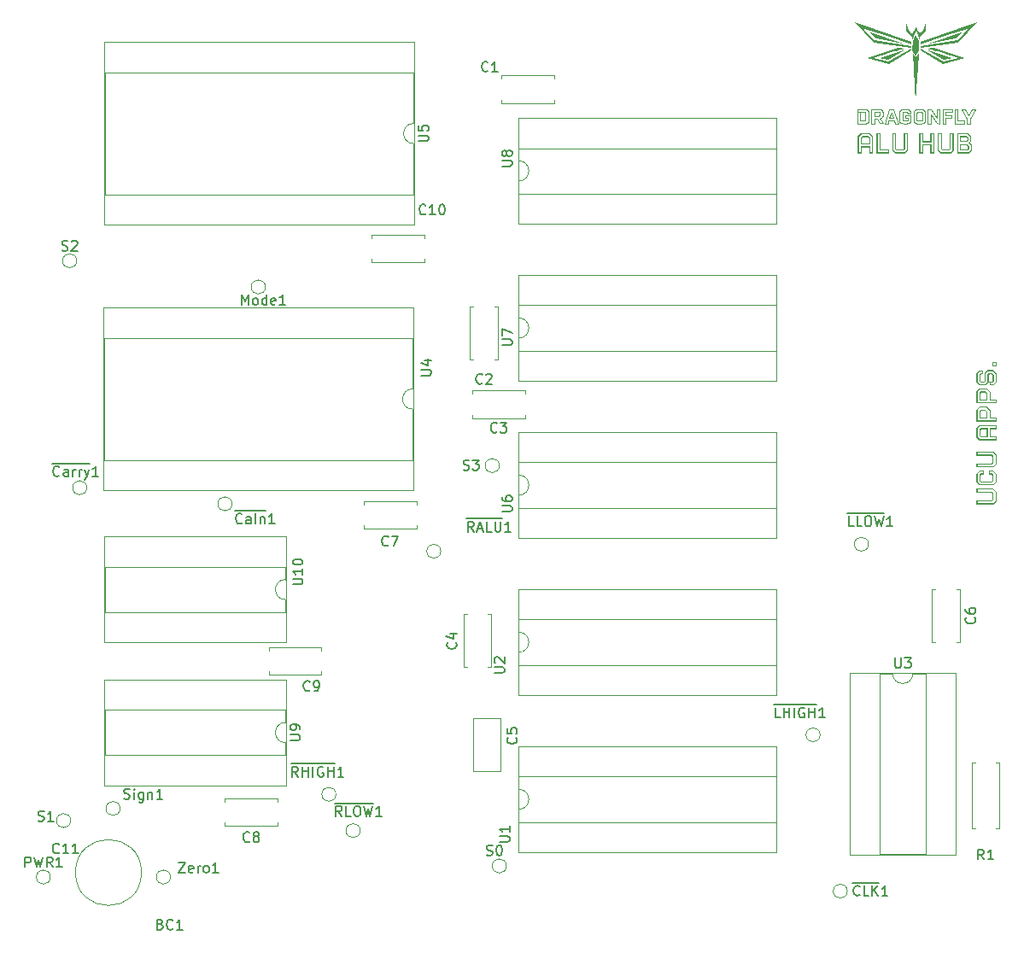
<source format=gbr>
%TF.GenerationSoftware,KiCad,Pcbnew,9.0.5*%
%TF.CreationDate,2025-11-19T18:07:15+02:00*%
%TF.ProjectId,alu_hub,616c755f-6875-4622-9e6b-696361645f70,rev?*%
%TF.SameCoordinates,Original*%
%TF.FileFunction,Legend,Top*%
%TF.FilePolarity,Positive*%
%FSLAX46Y46*%
G04 Gerber Fmt 4.6, Leading zero omitted, Abs format (unit mm)*
G04 Created by KiCad (PCBNEW 9.0.5) date 2025-11-19 18:07:15*
%MOMM*%
%LPD*%
G01*
G04 APERTURE LIST*
%ADD10C,0.000000*%
%ADD11C,0.052916*%
%ADD12C,0.150000*%
%ADD13C,0.120000*%
G04 APERTURE END LIST*
D10*
G36*
X194408021Y-50829375D02*
G01*
X192132604Y-51384999D01*
X189963021Y-50062083D01*
X189989479Y-49903333D01*
X192211979Y-51146875D01*
X193657927Y-50797624D01*
X193279041Y-50659364D01*
X192921259Y-50534576D01*
X192585043Y-50422634D01*
X192270853Y-50322908D01*
X191979150Y-50234771D01*
X191710395Y-50157594D01*
X191465048Y-50090749D01*
X191243571Y-50033607D01*
X191046424Y-49985541D01*
X190874068Y-49945922D01*
X190605574Y-49889512D01*
X190386354Y-49850416D01*
X191338854Y-49744583D01*
X194408021Y-50829375D01*
G37*
G36*
X189830729Y-49083125D02*
G01*
X189820940Y-50054939D01*
X189486771Y-50644166D01*
X189158158Y-50049648D01*
X189169271Y-49083125D01*
X189500794Y-48491517D01*
X189830729Y-49083125D01*
G37*
G36*
X193693646Y-49241875D02*
G01*
X189963021Y-49771041D01*
X189963021Y-49612291D01*
X193587812Y-49003750D01*
X194178428Y-48414986D01*
X194579677Y-48006527D01*
X194708489Y-47869298D01*
X194742655Y-47829374D01*
X194750641Y-47818077D01*
X194751979Y-47813125D01*
X193998239Y-48062073D01*
X192362196Y-48626784D01*
X189989479Y-49453541D01*
X189989479Y-49215416D01*
X195572187Y-47257500D01*
X193693646Y-49241875D01*
G37*
D11*
X193645757Y-57012687D02*
X194279169Y-57016127D01*
X194275729Y-57285208D01*
X193323229Y-57285208D01*
X193323229Y-55882917D01*
X193640729Y-55882917D01*
X193645757Y-57012687D01*
D10*
G36*
X193455521Y-48845000D02*
G01*
X190783229Y-49347708D01*
X194169896Y-48157083D01*
X193455521Y-48845000D01*
G37*
D11*
X190044826Y-56173996D02*
X190047317Y-56174171D01*
X190050557Y-56174562D01*
X190054401Y-56175253D01*
X190058706Y-56176330D01*
X190060987Y-56177039D01*
X190063329Y-56177877D01*
X190065715Y-56178852D01*
X190068127Y-56179977D01*
X190070546Y-56181262D01*
X190072955Y-56182717D01*
X190075336Y-56184353D01*
X190077671Y-56186180D01*
X190079942Y-56188209D01*
X190082132Y-56190450D01*
X190084221Y-56192915D01*
X190086193Y-56195613D01*
X190088029Y-56198555D01*
X190089711Y-56201752D01*
X190091222Y-56205214D01*
X190092544Y-56208952D01*
X190093658Y-56212977D01*
X190094547Y-56217299D01*
X190095193Y-56221928D01*
X190095577Y-56226875D01*
X190096499Y-56357467D01*
X190096206Y-56591371D01*
X190095049Y-56914791D01*
X190095510Y-56918170D01*
X190095879Y-56922049D01*
X190096156Y-56927082D01*
X190096205Y-56933041D01*
X190095886Y-56939697D01*
X190095061Y-56946820D01*
X190094416Y-56950485D01*
X190093593Y-56954181D01*
X190092575Y-56957879D01*
X190091344Y-56961552D01*
X190089883Y-56965169D01*
X190088175Y-56968702D01*
X190086203Y-56972124D01*
X190083950Y-56975405D01*
X190081397Y-56978516D01*
X190078529Y-56981429D01*
X190075327Y-56984115D01*
X190071774Y-56986546D01*
X190067854Y-56988693D01*
X190063549Y-56990528D01*
X190058841Y-56992021D01*
X190053714Y-56993144D01*
X190048150Y-56993869D01*
X190042132Y-56994166D01*
X189645257Y-56994166D01*
X189641879Y-56994345D01*
X189632966Y-56994307D01*
X189627007Y-56993937D01*
X189620351Y-56993190D01*
X189613228Y-56991957D01*
X189605867Y-56990131D01*
X189602169Y-56988963D01*
X189598496Y-56987605D01*
X189594879Y-56986045D01*
X189591345Y-56984270D01*
X189587924Y-56982266D01*
X189584643Y-56980019D01*
X189581532Y-56977516D01*
X189578619Y-56974744D01*
X189575933Y-56971689D01*
X189573502Y-56968337D01*
X189571355Y-56964676D01*
X189569521Y-56960691D01*
X189568028Y-56956370D01*
X189566904Y-56951698D01*
X189566180Y-56946662D01*
X189565882Y-56941249D01*
X189566411Y-56253333D01*
X189565993Y-56250009D01*
X189565671Y-56246189D01*
X189565452Y-56241228D01*
X189565468Y-56235350D01*
X189565853Y-56228776D01*
X189566740Y-56221732D01*
X189567414Y-56218103D01*
X189568263Y-56214439D01*
X189569304Y-56210770D01*
X189570555Y-56207122D01*
X189572031Y-56203524D01*
X189573749Y-56200003D01*
X189575726Y-56196588D01*
X189577979Y-56193306D01*
X189580523Y-56190185D01*
X189583377Y-56187254D01*
X189586557Y-56184539D01*
X189590078Y-56182069D01*
X189593959Y-56179873D01*
X189598215Y-56177977D01*
X189602863Y-56176409D01*
X189607920Y-56175198D01*
X189613403Y-56174372D01*
X189619328Y-56173958D01*
X190042661Y-56173958D01*
X190044826Y-56173996D01*
X185952745Y-55883594D02*
X185965817Y-55885062D01*
X185982770Y-55887836D01*
X186002827Y-55892331D01*
X186025210Y-55898962D01*
X186037031Y-55903208D01*
X186049142Y-55908143D01*
X186061445Y-55913819D01*
X186073845Y-55920289D01*
X186086242Y-55927603D01*
X186098541Y-55935814D01*
X186110645Y-55944974D01*
X186122455Y-55955134D01*
X186133874Y-55966346D01*
X186144807Y-55978663D01*
X186155154Y-55992135D01*
X186164820Y-56006816D01*
X186173707Y-56022756D01*
X186181717Y-56040007D01*
X186188754Y-56058621D01*
X186194721Y-56078651D01*
X186199520Y-56100148D01*
X186203054Y-56123163D01*
X186205225Y-56147750D01*
X186205938Y-56173958D01*
X186205938Y-56517916D01*
X186204032Y-56526485D01*
X186201292Y-56536484D01*
X186197041Y-56549658D01*
X186191042Y-56565533D01*
X186183056Y-56583633D01*
X186172843Y-56603484D01*
X186166827Y-56613917D01*
X186160165Y-56624609D01*
X186152827Y-56635502D01*
X186144783Y-56646535D01*
X186136004Y-56657649D01*
X186126460Y-56668785D01*
X186116120Y-56679884D01*
X186104954Y-56690886D01*
X186092934Y-56701731D01*
X186080029Y-56712360D01*
X186066210Y-56722714D01*
X186051446Y-56732734D01*
X186035707Y-56742359D01*
X186018964Y-56751532D01*
X186001188Y-56760191D01*
X185982347Y-56768279D01*
X185962413Y-56775734D01*
X185941355Y-56782499D01*
X185952584Y-56803426D01*
X185984660Y-56857939D01*
X186083800Y-57022873D01*
X186229221Y-57262454D01*
X185904842Y-57269069D01*
X185623855Y-56782499D01*
X185359272Y-56782499D01*
X185359272Y-57285208D01*
X185041772Y-57285208D01*
X185041772Y-55882917D01*
X185068230Y-55882917D01*
X185941355Y-55882917D01*
X185952745Y-55883594D01*
D10*
G36*
X190439271Y-48104166D02*
G01*
X189857188Y-48686250D01*
X189910104Y-49003750D01*
X189513229Y-48104166D01*
X189089896Y-49003750D01*
X189142813Y-48686250D01*
X188560729Y-48104166D01*
X188507813Y-47363333D01*
X188744085Y-47969758D01*
X188797581Y-48042097D01*
X188852860Y-48115061D01*
X188916858Y-48197035D01*
X188981849Y-48276380D01*
X189012301Y-48311429D01*
X189040105Y-48341456D01*
X189064293Y-48365006D01*
X189083899Y-48380624D01*
X189091683Y-48385004D01*
X189097959Y-48386855D01*
X189102607Y-48385995D01*
X189105506Y-48382244D01*
X189113091Y-48366474D01*
X189127301Y-48341069D01*
X189171967Y-48267158D01*
X189232234Y-48172126D01*
X189300835Y-48067588D01*
X189370503Y-47965158D01*
X189433970Y-47876451D01*
X189461107Y-47840874D01*
X189483968Y-47813082D01*
X189501645Y-47794529D01*
X189508256Y-47789171D01*
X189513229Y-47786666D01*
X189518232Y-47787458D01*
X189524924Y-47791713D01*
X189542893Y-47809700D01*
X189566165Y-47838797D01*
X189593770Y-47877174D01*
X189658104Y-47974446D01*
X189728137Y-48086869D01*
X189854269Y-48298598D01*
X189910104Y-48395208D01*
X190254063Y-47998333D01*
X190492188Y-47363333D01*
X190439271Y-48104166D01*
G37*
D11*
X191867227Y-57282826D02*
X191567455Y-57267745D01*
X190962882Y-56405996D01*
X190956002Y-57282032D01*
X190650938Y-57285208D01*
X190650938Y-55882917D01*
X190957061Y-55883974D01*
X191550521Y-56756041D01*
X191550521Y-55882917D01*
X191868021Y-55882917D01*
X191867227Y-57282826D01*
X194725520Y-56438541D02*
X195016563Y-55882917D01*
X195386979Y-55882917D01*
X194857813Y-56782499D01*
X194857813Y-57285208D01*
X194566771Y-57285208D01*
X194563066Y-56786997D01*
X194037604Y-55882917D01*
X194408021Y-55882917D01*
X194725520Y-56438541D01*
D10*
G36*
X188216771Y-49347708D02*
G01*
X185544480Y-48845000D01*
X184830105Y-48157083D01*
X188216771Y-49347708D01*
G37*
D11*
X190107688Y-55883952D02*
X190121899Y-55885810D01*
X190140341Y-55889064D01*
X190162175Y-55894090D01*
X190186563Y-55901264D01*
X190212665Y-55910963D01*
X190226097Y-55916877D01*
X190239643Y-55923563D01*
X190253198Y-55931069D01*
X190266658Y-55939440D01*
X190279917Y-55948726D01*
X190292872Y-55958971D01*
X190305416Y-55970225D01*
X190317445Y-55982532D01*
X190328855Y-55995942D01*
X190339540Y-56010499D01*
X190349395Y-56026253D01*
X190358316Y-56043249D01*
X190366199Y-56061535D01*
X190372937Y-56081158D01*
X190378426Y-56102165D01*
X190382562Y-56124602D01*
X190385240Y-56148518D01*
X190386354Y-56173958D01*
X190393234Y-57018508D01*
X190391643Y-57029671D01*
X190389149Y-57042484D01*
X190385073Y-57059101D01*
X190379077Y-57078761D01*
X190370826Y-57100703D01*
X190359980Y-57124165D01*
X190353480Y-57136228D01*
X190346204Y-57148385D01*
X190338111Y-57160542D01*
X190329160Y-57172602D01*
X190319307Y-57184472D01*
X190308510Y-57196055D01*
X190296728Y-57207256D01*
X190283918Y-57217981D01*
X190270039Y-57228134D01*
X190255047Y-57237620D01*
X190238901Y-57246343D01*
X190221559Y-57254209D01*
X190202978Y-57261122D01*
X190183117Y-57266987D01*
X190161932Y-57271709D01*
X190139383Y-57275192D01*
X190115427Y-57277342D01*
X190090022Y-57278064D01*
X189559796Y-57278593D01*
X189546950Y-57277016D01*
X189532193Y-57274554D01*
X189513035Y-57270540D01*
X189490345Y-57264647D01*
X189464988Y-57256548D01*
X189437832Y-57245916D01*
X189423851Y-57239548D01*
X189409744Y-57232424D01*
X189395622Y-57224503D01*
X189381591Y-57215744D01*
X189367761Y-57206106D01*
X189354240Y-57195549D01*
X189341136Y-57184032D01*
X189328558Y-57171513D01*
X189316614Y-57157953D01*
X189305412Y-57143309D01*
X189295060Y-57127541D01*
X189285668Y-57110608D01*
X189277344Y-57092470D01*
X189270195Y-57073084D01*
X189264330Y-57052412D01*
X189259858Y-57030411D01*
X189256887Y-57007040D01*
X189255526Y-56982260D01*
X189250656Y-56670895D01*
X189248712Y-56413604D01*
X189248646Y-56173958D01*
X189250468Y-56162429D01*
X189253317Y-56149140D01*
X189257964Y-56131832D01*
X189264792Y-56111252D01*
X189274179Y-56088150D01*
X189279952Y-56075886D01*
X189286508Y-56063272D01*
X189293894Y-56050401D01*
X189302158Y-56037367D01*
X189311348Y-56024263D01*
X189321510Y-56011183D01*
X189332694Y-55998221D01*
X189344945Y-55985469D01*
X189358313Y-55973021D01*
X189372843Y-55960971D01*
X189388585Y-55949412D01*
X189405585Y-55938438D01*
X189423892Y-55928142D01*
X189443552Y-55918618D01*
X189464613Y-55909959D01*
X189487124Y-55902259D01*
X189511130Y-55895611D01*
X189536681Y-55890109D01*
X189563823Y-55885847D01*
X189592604Y-55882917D01*
X190095313Y-55882917D01*
X190107688Y-55883952D01*
X187237813Y-56756041D02*
X186867396Y-56756041D01*
X187052604Y-56200416D01*
X187237813Y-56756041D01*
D10*
G36*
X186769765Y-50930181D02*
G01*
X185941355Y-50776458D01*
X188401979Y-49982708D01*
X186769765Y-50930181D01*
G37*
G36*
X193058646Y-50776458D02*
G01*
X192230235Y-50930181D01*
X190598021Y-49982708D01*
X193058646Y-50776458D01*
G37*
G36*
X189567469Y-49313840D02*
G01*
X189568262Y-49922647D01*
X189505556Y-50120556D01*
X189504763Y-50119232D01*
X189427505Y-49929790D01*
X189433854Y-49321249D01*
X189498413Y-49109053D01*
X189567469Y-49313840D01*
G37*
G36*
X189010521Y-49215416D02*
G01*
X189010521Y-49453541D01*
X186637804Y-48626784D01*
X185001761Y-48062073D01*
X184248021Y-47813125D01*
X184249359Y-47818077D01*
X184257346Y-47829374D01*
X184291511Y-47869298D01*
X184420323Y-48006527D01*
X184821572Y-48414986D01*
X185412188Y-49003750D01*
X189036979Y-49612291D01*
X189036979Y-49771041D01*
X185306355Y-49241875D01*
X183427813Y-47257500D01*
X189010521Y-49215416D01*
G37*
D11*
X185847848Y-56173068D02*
X185852334Y-56173470D01*
X185854703Y-56173850D01*
X185857130Y-56174373D01*
X185859595Y-56175054D01*
X185862079Y-56175910D01*
X185864562Y-56176957D01*
X185867024Y-56178212D01*
X185869447Y-56179692D01*
X185871811Y-56181413D01*
X185874096Y-56183391D01*
X185876282Y-56185643D01*
X185878350Y-56188186D01*
X185880281Y-56191036D01*
X185882055Y-56194210D01*
X185883653Y-56197724D01*
X185885054Y-56201594D01*
X185886240Y-56205838D01*
X185887191Y-56210471D01*
X185887887Y-56215511D01*
X185888309Y-56220973D01*
X185888438Y-56226875D01*
X185888438Y-56465000D01*
X185888074Y-56467230D01*
X185887545Y-56469792D01*
X185886718Y-56473119D01*
X185885544Y-56477060D01*
X185883973Y-56481464D01*
X185881956Y-56486181D01*
X185880764Y-56488610D01*
X185879442Y-56491061D01*
X185877984Y-56493515D01*
X185876383Y-56495954D01*
X185874633Y-56498358D01*
X185872728Y-56500708D01*
X185870662Y-56502987D01*
X185868429Y-56505174D01*
X185866022Y-56507252D01*
X185863435Y-56509202D01*
X185860662Y-56511004D01*
X185857697Y-56512640D01*
X185854533Y-56514091D01*
X185851165Y-56515339D01*
X185847586Y-56516364D01*
X185843789Y-56517148D01*
X185839770Y-56517672D01*
X185835521Y-56517916D01*
X185359271Y-56517916D01*
X185359271Y-56173958D01*
X185835521Y-56173958D01*
X185837806Y-56173552D01*
X185840427Y-56173241D01*
X185843827Y-56173036D01*
X185847848Y-56173068D01*
X188683497Y-55894294D02*
X188699450Y-55895217D01*
X188715059Y-55897528D01*
X188730311Y-55901133D01*
X188745197Y-55905940D01*
X188759706Y-55911856D01*
X188773827Y-55918789D01*
X188787550Y-55926644D01*
X188800864Y-55935329D01*
X188813759Y-55944751D01*
X188826224Y-55954818D01*
X188838248Y-55965435D01*
X188849821Y-55976512D01*
X188860933Y-55987954D01*
X188871572Y-55999668D01*
X188891393Y-56023543D01*
X188909198Y-56047392D01*
X188924903Y-56070474D01*
X188938423Y-56092044D01*
X188949675Y-56111360D01*
X188965035Y-56140252D01*
X188970305Y-56151204D01*
X188984063Y-56306250D01*
X188666563Y-56306250D01*
X188666525Y-56307990D01*
X188666463Y-56306481D01*
X188666563Y-56253333D01*
X188666434Y-56246843D01*
X188666012Y-56240712D01*
X188665316Y-56234931D01*
X188664365Y-56229488D01*
X188663179Y-56224374D01*
X188661778Y-56219579D01*
X188660180Y-56215092D01*
X188658406Y-56210904D01*
X188656475Y-56207006D01*
X188654407Y-56203385D01*
X188652221Y-56200034D01*
X188649936Y-56196941D01*
X188647572Y-56194097D01*
X188645149Y-56191491D01*
X188642687Y-56189114D01*
X188640204Y-56186956D01*
X188637720Y-56185006D01*
X188635255Y-56183254D01*
X188632828Y-56181691D01*
X188630459Y-56180306D01*
X188625972Y-56178032D01*
X188621951Y-56176352D01*
X188618552Y-56175184D01*
X188615931Y-56174450D01*
X188613646Y-56173958D01*
X188216771Y-56173958D01*
X188210893Y-56174133D01*
X188205451Y-56174596D01*
X188200429Y-56175327D01*
X188195810Y-56176308D01*
X188191579Y-56177519D01*
X188187718Y-56178940D01*
X188184212Y-56180553D01*
X188181044Y-56182338D01*
X188178198Y-56184276D01*
X188175657Y-56186349D01*
X188173404Y-56188535D01*
X188171425Y-56190818D01*
X188169702Y-56193176D01*
X188168218Y-56195591D01*
X188166958Y-56198044D01*
X188165905Y-56200516D01*
X188165042Y-56202986D01*
X188164354Y-56205437D01*
X188163824Y-56207849D01*
X188163436Y-56210202D01*
X188163018Y-56214655D01*
X188162970Y-56218644D01*
X188163160Y-56222014D01*
X188163458Y-56224612D01*
X188163854Y-56226875D01*
X188163854Y-56941249D01*
X188164059Y-56946173D01*
X188164702Y-56950782D01*
X188165755Y-56955086D01*
X188167189Y-56959096D01*
X188168974Y-56962822D01*
X188171081Y-56966274D01*
X188173481Y-56969463D01*
X188176145Y-56972400D01*
X188179043Y-56975094D01*
X188182147Y-56977557D01*
X188185426Y-56979798D01*
X188188853Y-56981828D01*
X188192397Y-56983658D01*
X188196029Y-56985298D01*
X188199721Y-56986757D01*
X188203443Y-56988048D01*
X188210859Y-56990162D01*
X188218045Y-56991724D01*
X188224766Y-56992818D01*
X188230790Y-56993525D01*
X188239808Y-56994117D01*
X188243229Y-56994166D01*
X188613646Y-56994166D01*
X188618966Y-56993968D01*
X188623920Y-56993485D01*
X188628522Y-56992736D01*
X188632784Y-56991740D01*
X188636719Y-56990517D01*
X188640341Y-56989086D01*
X188643662Y-56987465D01*
X188646694Y-56985675D01*
X188649452Y-56983732D01*
X188651947Y-56981658D01*
X188654192Y-56979471D01*
X188656202Y-56977190D01*
X188657987Y-56974835D01*
X188659562Y-56972423D01*
X188660939Y-56969975D01*
X188662131Y-56967509D01*
X188663151Y-56965045D01*
X188664012Y-56962602D01*
X188664726Y-56960198D01*
X188665307Y-56957853D01*
X188666120Y-56953416D01*
X188666554Y-56949443D01*
X188666713Y-56946087D01*
X188666698Y-56943501D01*
X188666563Y-56941249D01*
X188666563Y-56731700D01*
X188401979Y-56729583D01*
X188401979Y-56491458D01*
X188965806Y-56491191D01*
X188972487Y-56689695D01*
X188975852Y-56863783D01*
X188976087Y-56947940D01*
X188974802Y-57021946D01*
X188973610Y-57038945D01*
X188971180Y-57055273D01*
X188967597Y-57070938D01*
X188962944Y-57085948D01*
X188957305Y-57100312D01*
X188950763Y-57114039D01*
X188943402Y-57127137D01*
X188935305Y-57139615D01*
X188926556Y-57151483D01*
X188917239Y-57162747D01*
X188907437Y-57173418D01*
X188897235Y-57183504D01*
X188886715Y-57193013D01*
X188875961Y-57201954D01*
X188865057Y-57210336D01*
X188854086Y-57218168D01*
X188832280Y-57232214D01*
X188811210Y-57244163D01*
X188791547Y-57254083D01*
X188773959Y-57262043D01*
X188747683Y-57272365D01*
X188737736Y-57275682D01*
X188555868Y-57278328D01*
X188357890Y-57278361D01*
X188114642Y-57274624D01*
X188092387Y-57273383D01*
X188071385Y-57270813D01*
X188051601Y-57267001D01*
X188032999Y-57262039D01*
X188015544Y-57256016D01*
X187999199Y-57249023D01*
X187983928Y-57241148D01*
X187969696Y-57232481D01*
X187956467Y-57223114D01*
X187944204Y-57213134D01*
X187932872Y-57202633D01*
X187922435Y-57191699D01*
X187912858Y-57180424D01*
X187904103Y-57168896D01*
X187896136Y-57157205D01*
X187888920Y-57145442D01*
X187882419Y-57133696D01*
X187876598Y-57122056D01*
X187866851Y-57099457D01*
X187859392Y-57078364D01*
X187853933Y-57059494D01*
X187850186Y-57043566D01*
X187847866Y-57031300D01*
X187846355Y-57020625D01*
X187846355Y-56173958D01*
X187847741Y-56149555D01*
X187850928Y-56126620D01*
X187855794Y-56105106D01*
X187862217Y-56084970D01*
X187870078Y-56066165D01*
X187879255Y-56048646D01*
X187889627Y-56032367D01*
X187901074Y-56017283D01*
X187913474Y-56003349D01*
X187926707Y-55990519D01*
X187940651Y-55978747D01*
X187955185Y-55967989D01*
X187970190Y-55958198D01*
X187985543Y-55949330D01*
X188001125Y-55941339D01*
X188016813Y-55934179D01*
X188048026Y-55922172D01*
X188078217Y-55912945D01*
X188106417Y-55906135D01*
X188131658Y-55901379D01*
X188152975Y-55898312D01*
X188169399Y-55896572D01*
X188183699Y-55895616D01*
X188370693Y-55894061D01*
X188534635Y-55893495D01*
X188683497Y-55894294D01*
X187740521Y-57285208D02*
X187396563Y-57285208D01*
X187317188Y-57020625D01*
X186788021Y-57020625D01*
X186708646Y-57285208D01*
X186371302Y-57282298D01*
X186867396Y-55882917D01*
X187237813Y-55882917D01*
X187740521Y-57285208D01*
X184515515Y-55888208D02*
X184557522Y-55899308D01*
X184577890Y-55905900D01*
X184600640Y-55914751D01*
X184624989Y-55926227D01*
X184637519Y-55933064D01*
X184650155Y-55940695D01*
X184662799Y-55949165D01*
X184675355Y-55958521D01*
X184687723Y-55968808D01*
X184699806Y-55980071D01*
X184711507Y-55992357D01*
X184722727Y-56005712D01*
X184733368Y-56020180D01*
X184743334Y-56035809D01*
X184752525Y-56052643D01*
X184760845Y-56070729D01*
X184768195Y-56090113D01*
X184774478Y-56110839D01*
X184779595Y-56132954D01*
X184783449Y-56156504D01*
X184785943Y-56181534D01*
X184786978Y-56208091D01*
X184795709Y-56977234D01*
X184796092Y-56990370D01*
X184795732Y-57005452D01*
X184794258Y-57025020D01*
X184791111Y-57048184D01*
X184785733Y-57074051D01*
X184782032Y-57087720D01*
X184777563Y-57101730D01*
X184772256Y-57115970D01*
X184766043Y-57130329D01*
X184758851Y-57144694D01*
X184750612Y-57158955D01*
X184741256Y-57173000D01*
X184730713Y-57186717D01*
X184718913Y-57199996D01*
X184705785Y-57212724D01*
X184691261Y-57224790D01*
X184675270Y-57236083D01*
X184657742Y-57246491D01*
X184638608Y-57255903D01*
X184617796Y-57264207D01*
X184595239Y-57271292D01*
X184570865Y-57277046D01*
X184544605Y-57281358D01*
X184516389Y-57284116D01*
X184486146Y-57285209D01*
X183950927Y-57286102D01*
X183665938Y-57285209D01*
X183665938Y-56994166D01*
X183665938Y-56173958D01*
X183956980Y-56173958D01*
X183956980Y-56994166D01*
X184165008Y-56995158D01*
X184317516Y-56995282D01*
X184406771Y-56994166D01*
X184410956Y-56993706D01*
X184415075Y-56992839D01*
X184419123Y-56991593D01*
X184423096Y-56989996D01*
X184426989Y-56988075D01*
X184430799Y-56985859D01*
X184434520Y-56983374D01*
X184438149Y-56980648D01*
X184441681Y-56977709D01*
X184445112Y-56974584D01*
X184448437Y-56971302D01*
X184451652Y-56967889D01*
X184457735Y-56960783D01*
X184463326Y-56953487D01*
X184468390Y-56946222D01*
X184472891Y-56939209D01*
X184476796Y-56932668D01*
X184480069Y-56926822D01*
X184484580Y-56918094D01*
X184486146Y-56914791D01*
X184487436Y-56589188D01*
X184487597Y-56355011D01*
X184486146Y-56226875D01*
X184485616Y-56222417D01*
X184484688Y-56218214D01*
X184483390Y-56214260D01*
X184481748Y-56210548D01*
X184479790Y-56207068D01*
X184477544Y-56203815D01*
X184475036Y-56200781D01*
X184472293Y-56197957D01*
X184469343Y-56195336D01*
X184466212Y-56192912D01*
X184462929Y-56190676D01*
X184459520Y-56188621D01*
X184456012Y-56186740D01*
X184452433Y-56185024D01*
X184445169Y-56182061D01*
X184437945Y-56179671D01*
X184430979Y-56177795D01*
X184424488Y-56176372D01*
X184418690Y-56175343D01*
X184410041Y-56174224D01*
X184406771Y-56173958D01*
X183956980Y-56173958D01*
X183665938Y-56173958D01*
X183665938Y-55882917D01*
X184515515Y-55888208D01*
D10*
G36*
X189804271Y-50432499D02*
G01*
X189498941Y-55104248D01*
X189222188Y-50406041D01*
X189195729Y-50273750D01*
X189433854Y-50750000D01*
X189512171Y-53612527D01*
X189566146Y-50750000D01*
X189830729Y-50273750D01*
X189804271Y-50432499D01*
G37*
D11*
X193111562Y-55882917D02*
X193111562Y-56173958D01*
X192450105Y-56173958D01*
X192450105Y-56465000D01*
X193005729Y-56465000D01*
X193005729Y-56729583D01*
X192450105Y-56729583D01*
X192450105Y-57285208D01*
X192132604Y-57285208D01*
X192140806Y-55879477D01*
X193111562Y-55882917D01*
D10*
G36*
X188613646Y-49850416D02*
G01*
X188394426Y-49889512D01*
X188125932Y-49945922D01*
X187953576Y-49985541D01*
X187756429Y-50033607D01*
X187534952Y-50090749D01*
X187289606Y-50157594D01*
X187020850Y-50234771D01*
X186729147Y-50322908D01*
X186414957Y-50422634D01*
X186078741Y-50534576D01*
X185720960Y-50659364D01*
X185342073Y-50797624D01*
X186788021Y-51146875D01*
X189010521Y-49903333D01*
X189036979Y-50062083D01*
X186867396Y-51384999D01*
X184591980Y-50829375D01*
X187661146Y-49744583D01*
X188613646Y-49850416D01*
G37*
D12*
X122657143Y-75254819D02*
X122657143Y-74254819D01*
X122657143Y-74254819D02*
X122990476Y-74969104D01*
X122990476Y-74969104D02*
X123323809Y-74254819D01*
X123323809Y-74254819D02*
X123323809Y-75254819D01*
X123942857Y-75254819D02*
X123847619Y-75207200D01*
X123847619Y-75207200D02*
X123800000Y-75159580D01*
X123800000Y-75159580D02*
X123752381Y-75064342D01*
X123752381Y-75064342D02*
X123752381Y-74778628D01*
X123752381Y-74778628D02*
X123800000Y-74683390D01*
X123800000Y-74683390D02*
X123847619Y-74635771D01*
X123847619Y-74635771D02*
X123942857Y-74588152D01*
X123942857Y-74588152D02*
X124085714Y-74588152D01*
X124085714Y-74588152D02*
X124180952Y-74635771D01*
X124180952Y-74635771D02*
X124228571Y-74683390D01*
X124228571Y-74683390D02*
X124276190Y-74778628D01*
X124276190Y-74778628D02*
X124276190Y-75064342D01*
X124276190Y-75064342D02*
X124228571Y-75159580D01*
X124228571Y-75159580D02*
X124180952Y-75207200D01*
X124180952Y-75207200D02*
X124085714Y-75254819D01*
X124085714Y-75254819D02*
X123942857Y-75254819D01*
X125133333Y-75254819D02*
X125133333Y-74254819D01*
X125133333Y-75207200D02*
X125038095Y-75254819D01*
X125038095Y-75254819D02*
X124847619Y-75254819D01*
X124847619Y-75254819D02*
X124752381Y-75207200D01*
X124752381Y-75207200D02*
X124704762Y-75159580D01*
X124704762Y-75159580D02*
X124657143Y-75064342D01*
X124657143Y-75064342D02*
X124657143Y-74778628D01*
X124657143Y-74778628D02*
X124704762Y-74683390D01*
X124704762Y-74683390D02*
X124752381Y-74635771D01*
X124752381Y-74635771D02*
X124847619Y-74588152D01*
X124847619Y-74588152D02*
X125038095Y-74588152D01*
X125038095Y-74588152D02*
X125133333Y-74635771D01*
X125990476Y-75207200D02*
X125895238Y-75254819D01*
X125895238Y-75254819D02*
X125704762Y-75254819D01*
X125704762Y-75254819D02*
X125609524Y-75207200D01*
X125609524Y-75207200D02*
X125561905Y-75111961D01*
X125561905Y-75111961D02*
X125561905Y-74731009D01*
X125561905Y-74731009D02*
X125609524Y-74635771D01*
X125609524Y-74635771D02*
X125704762Y-74588152D01*
X125704762Y-74588152D02*
X125895238Y-74588152D01*
X125895238Y-74588152D02*
X125990476Y-74635771D01*
X125990476Y-74635771D02*
X126038095Y-74731009D01*
X126038095Y-74731009D02*
X126038095Y-74826247D01*
X126038095Y-74826247D02*
X125561905Y-74921485D01*
X126990476Y-75254819D02*
X126419048Y-75254819D01*
X126704762Y-75254819D02*
X126704762Y-74254819D01*
X126704762Y-74254819D02*
X126609524Y-74397676D01*
X126609524Y-74397676D02*
X126514286Y-74492914D01*
X126514286Y-74492914D02*
X126419048Y-74540533D01*
X196233333Y-130254819D02*
X195900000Y-129778628D01*
X195661905Y-130254819D02*
X195661905Y-129254819D01*
X195661905Y-129254819D02*
X196042857Y-129254819D01*
X196042857Y-129254819D02*
X196138095Y-129302438D01*
X196138095Y-129302438D02*
X196185714Y-129350057D01*
X196185714Y-129350057D02*
X196233333Y-129445295D01*
X196233333Y-129445295D02*
X196233333Y-129588152D01*
X196233333Y-129588152D02*
X196185714Y-129683390D01*
X196185714Y-129683390D02*
X196138095Y-129731009D01*
X196138095Y-129731009D02*
X196042857Y-129778628D01*
X196042857Y-129778628D02*
X195661905Y-129778628D01*
X197185714Y-130254819D02*
X196614286Y-130254819D01*
X196900000Y-130254819D02*
X196900000Y-129254819D01*
X196900000Y-129254819D02*
X196804762Y-129397676D01*
X196804762Y-129397676D02*
X196709524Y-129492914D01*
X196709524Y-129492914D02*
X196614286Y-129540533D01*
X101190476Y-131006819D02*
X101190476Y-130006819D01*
X101190476Y-130006819D02*
X101571428Y-130006819D01*
X101571428Y-130006819D02*
X101666666Y-130054438D01*
X101666666Y-130054438D02*
X101714285Y-130102057D01*
X101714285Y-130102057D02*
X101761904Y-130197295D01*
X101761904Y-130197295D02*
X101761904Y-130340152D01*
X101761904Y-130340152D02*
X101714285Y-130435390D01*
X101714285Y-130435390D02*
X101666666Y-130483009D01*
X101666666Y-130483009D02*
X101571428Y-130530628D01*
X101571428Y-130530628D02*
X101190476Y-130530628D01*
X102095238Y-130006819D02*
X102333333Y-131006819D01*
X102333333Y-131006819D02*
X102523809Y-130292533D01*
X102523809Y-130292533D02*
X102714285Y-131006819D01*
X102714285Y-131006819D02*
X102952381Y-130006819D01*
X103904761Y-131006819D02*
X103571428Y-130530628D01*
X103333333Y-131006819D02*
X103333333Y-130006819D01*
X103333333Y-130006819D02*
X103714285Y-130006819D01*
X103714285Y-130006819D02*
X103809523Y-130054438D01*
X103809523Y-130054438D02*
X103857142Y-130102057D01*
X103857142Y-130102057D02*
X103904761Y-130197295D01*
X103904761Y-130197295D02*
X103904761Y-130340152D01*
X103904761Y-130340152D02*
X103857142Y-130435390D01*
X103857142Y-130435390D02*
X103809523Y-130483009D01*
X103809523Y-130483009D02*
X103714285Y-130530628D01*
X103714285Y-130530628D02*
X103333333Y-130530628D01*
X104857142Y-131006819D02*
X104285714Y-131006819D01*
X104571428Y-131006819D02*
X104571428Y-130006819D01*
X104571428Y-130006819D02*
X104476190Y-130149676D01*
X104476190Y-130149676D02*
X104380952Y-130244914D01*
X104380952Y-130244914D02*
X104285714Y-130292533D01*
X128247619Y-122054819D02*
X127914286Y-121578628D01*
X127676191Y-122054819D02*
X127676191Y-121054819D01*
X127676191Y-121054819D02*
X128057143Y-121054819D01*
X128057143Y-121054819D02*
X128152381Y-121102438D01*
X128152381Y-121102438D02*
X128200000Y-121150057D01*
X128200000Y-121150057D02*
X128247619Y-121245295D01*
X128247619Y-121245295D02*
X128247619Y-121388152D01*
X128247619Y-121388152D02*
X128200000Y-121483390D01*
X128200000Y-121483390D02*
X128152381Y-121531009D01*
X128152381Y-121531009D02*
X128057143Y-121578628D01*
X128057143Y-121578628D02*
X127676191Y-121578628D01*
X128676191Y-122054819D02*
X128676191Y-121054819D01*
X128676191Y-121531009D02*
X129247619Y-121531009D01*
X129247619Y-122054819D02*
X129247619Y-121054819D01*
X129723810Y-122054819D02*
X129723810Y-121054819D01*
X130723809Y-121102438D02*
X130628571Y-121054819D01*
X130628571Y-121054819D02*
X130485714Y-121054819D01*
X130485714Y-121054819D02*
X130342857Y-121102438D01*
X130342857Y-121102438D02*
X130247619Y-121197676D01*
X130247619Y-121197676D02*
X130200000Y-121292914D01*
X130200000Y-121292914D02*
X130152381Y-121483390D01*
X130152381Y-121483390D02*
X130152381Y-121626247D01*
X130152381Y-121626247D02*
X130200000Y-121816723D01*
X130200000Y-121816723D02*
X130247619Y-121911961D01*
X130247619Y-121911961D02*
X130342857Y-122007200D01*
X130342857Y-122007200D02*
X130485714Y-122054819D01*
X130485714Y-122054819D02*
X130580952Y-122054819D01*
X130580952Y-122054819D02*
X130723809Y-122007200D01*
X130723809Y-122007200D02*
X130771428Y-121959580D01*
X130771428Y-121959580D02*
X130771428Y-121626247D01*
X130771428Y-121626247D02*
X130580952Y-121626247D01*
X131200000Y-122054819D02*
X131200000Y-121054819D01*
X131200000Y-121531009D02*
X131771428Y-121531009D01*
X131771428Y-122054819D02*
X131771428Y-121054819D01*
X127538096Y-120777200D02*
X131909524Y-120777200D01*
X132771428Y-122054819D02*
X132200000Y-122054819D01*
X132485714Y-122054819D02*
X132485714Y-121054819D01*
X132485714Y-121054819D02*
X132390476Y-121197676D01*
X132390476Y-121197676D02*
X132295238Y-121292914D01*
X132295238Y-121292914D02*
X132200000Y-121340533D01*
X183928571Y-133759580D02*
X183880952Y-133807200D01*
X183880952Y-133807200D02*
X183738095Y-133854819D01*
X183738095Y-133854819D02*
X183642857Y-133854819D01*
X183642857Y-133854819D02*
X183500000Y-133807200D01*
X183500000Y-133807200D02*
X183404762Y-133711961D01*
X183404762Y-133711961D02*
X183357143Y-133616723D01*
X183357143Y-133616723D02*
X183309524Y-133426247D01*
X183309524Y-133426247D02*
X183309524Y-133283390D01*
X183309524Y-133283390D02*
X183357143Y-133092914D01*
X183357143Y-133092914D02*
X183404762Y-132997676D01*
X183404762Y-132997676D02*
X183500000Y-132902438D01*
X183500000Y-132902438D02*
X183642857Y-132854819D01*
X183642857Y-132854819D02*
X183738095Y-132854819D01*
X183738095Y-132854819D02*
X183880952Y-132902438D01*
X183880952Y-132902438D02*
X183928571Y-132950057D01*
X184833333Y-133854819D02*
X184357143Y-133854819D01*
X184357143Y-133854819D02*
X184357143Y-132854819D01*
X185166667Y-133854819D02*
X185166667Y-132854819D01*
X185738095Y-133854819D02*
X185309524Y-133283390D01*
X185738095Y-132854819D02*
X185166667Y-133426247D01*
X183219048Y-132577200D02*
X185828572Y-132577200D01*
X186690476Y-133854819D02*
X186119048Y-133854819D01*
X186404762Y-133854819D02*
X186404762Y-132854819D01*
X186404762Y-132854819D02*
X186309524Y-132997676D01*
X186309524Y-132997676D02*
X186214286Y-133092914D01*
X186214286Y-133092914D02*
X186119048Y-133140533D01*
X148454819Y-61511904D02*
X149264342Y-61511904D01*
X149264342Y-61511904D02*
X149359580Y-61464285D01*
X149359580Y-61464285D02*
X149407200Y-61416666D01*
X149407200Y-61416666D02*
X149454819Y-61321428D01*
X149454819Y-61321428D02*
X149454819Y-61130952D01*
X149454819Y-61130952D02*
X149407200Y-61035714D01*
X149407200Y-61035714D02*
X149359580Y-60988095D01*
X149359580Y-60988095D02*
X149264342Y-60940476D01*
X149264342Y-60940476D02*
X148454819Y-60940476D01*
X148883390Y-60321428D02*
X148835771Y-60416666D01*
X148835771Y-60416666D02*
X148788152Y-60464285D01*
X148788152Y-60464285D02*
X148692914Y-60511904D01*
X148692914Y-60511904D02*
X148645295Y-60511904D01*
X148645295Y-60511904D02*
X148550057Y-60464285D01*
X148550057Y-60464285D02*
X148502438Y-60416666D01*
X148502438Y-60416666D02*
X148454819Y-60321428D01*
X148454819Y-60321428D02*
X148454819Y-60130952D01*
X148454819Y-60130952D02*
X148502438Y-60035714D01*
X148502438Y-60035714D02*
X148550057Y-59988095D01*
X148550057Y-59988095D02*
X148645295Y-59940476D01*
X148645295Y-59940476D02*
X148692914Y-59940476D01*
X148692914Y-59940476D02*
X148788152Y-59988095D01*
X148788152Y-59988095D02*
X148835771Y-60035714D01*
X148835771Y-60035714D02*
X148883390Y-60130952D01*
X148883390Y-60130952D02*
X148883390Y-60321428D01*
X148883390Y-60321428D02*
X148931009Y-60416666D01*
X148931009Y-60416666D02*
X148978628Y-60464285D01*
X148978628Y-60464285D02*
X149073866Y-60511904D01*
X149073866Y-60511904D02*
X149264342Y-60511904D01*
X149264342Y-60511904D02*
X149359580Y-60464285D01*
X149359580Y-60464285D02*
X149407200Y-60416666D01*
X149407200Y-60416666D02*
X149454819Y-60321428D01*
X149454819Y-60321428D02*
X149454819Y-60130952D01*
X149454819Y-60130952D02*
X149407200Y-60035714D01*
X149407200Y-60035714D02*
X149359580Y-59988095D01*
X149359580Y-59988095D02*
X149264342Y-59940476D01*
X149264342Y-59940476D02*
X149073866Y-59940476D01*
X149073866Y-59940476D02*
X148978628Y-59988095D01*
X148978628Y-59988095D02*
X148931009Y-60035714D01*
X148931009Y-60035714D02*
X148883390Y-60130952D01*
X116400000Y-130554819D02*
X117066666Y-130554819D01*
X117066666Y-130554819D02*
X116400000Y-131554819D01*
X116400000Y-131554819D02*
X117066666Y-131554819D01*
X117828571Y-131507200D02*
X117733333Y-131554819D01*
X117733333Y-131554819D02*
X117542857Y-131554819D01*
X117542857Y-131554819D02*
X117447619Y-131507200D01*
X117447619Y-131507200D02*
X117400000Y-131411961D01*
X117400000Y-131411961D02*
X117400000Y-131031009D01*
X117400000Y-131031009D02*
X117447619Y-130935771D01*
X117447619Y-130935771D02*
X117542857Y-130888152D01*
X117542857Y-130888152D02*
X117733333Y-130888152D01*
X117733333Y-130888152D02*
X117828571Y-130935771D01*
X117828571Y-130935771D02*
X117876190Y-131031009D01*
X117876190Y-131031009D02*
X117876190Y-131126247D01*
X117876190Y-131126247D02*
X117400000Y-131221485D01*
X118304762Y-131554819D02*
X118304762Y-130888152D01*
X118304762Y-131078628D02*
X118352381Y-130983390D01*
X118352381Y-130983390D02*
X118400000Y-130935771D01*
X118400000Y-130935771D02*
X118495238Y-130888152D01*
X118495238Y-130888152D02*
X118590476Y-130888152D01*
X119066667Y-131554819D02*
X118971429Y-131507200D01*
X118971429Y-131507200D02*
X118923810Y-131459580D01*
X118923810Y-131459580D02*
X118876191Y-131364342D01*
X118876191Y-131364342D02*
X118876191Y-131078628D01*
X118876191Y-131078628D02*
X118923810Y-130983390D01*
X118923810Y-130983390D02*
X118971429Y-130935771D01*
X118971429Y-130935771D02*
X119066667Y-130888152D01*
X119066667Y-130888152D02*
X119209524Y-130888152D01*
X119209524Y-130888152D02*
X119304762Y-130935771D01*
X119304762Y-130935771D02*
X119352381Y-130983390D01*
X119352381Y-130983390D02*
X119400000Y-131078628D01*
X119400000Y-131078628D02*
X119400000Y-131364342D01*
X119400000Y-131364342D02*
X119352381Y-131459580D01*
X119352381Y-131459580D02*
X119304762Y-131507200D01*
X119304762Y-131507200D02*
X119209524Y-131554819D01*
X119209524Y-131554819D02*
X119066667Y-131554819D01*
X120352381Y-131554819D02*
X119780953Y-131554819D01*
X120066667Y-131554819D02*
X120066667Y-130554819D01*
X120066667Y-130554819D02*
X119971429Y-130697676D01*
X119971429Y-130697676D02*
X119876191Y-130792914D01*
X119876191Y-130792914D02*
X119780953Y-130840533D01*
X123433333Y-128434580D02*
X123385714Y-128482200D01*
X123385714Y-128482200D02*
X123242857Y-128529819D01*
X123242857Y-128529819D02*
X123147619Y-128529819D01*
X123147619Y-128529819D02*
X123004762Y-128482200D01*
X123004762Y-128482200D02*
X122909524Y-128386961D01*
X122909524Y-128386961D02*
X122861905Y-128291723D01*
X122861905Y-128291723D02*
X122814286Y-128101247D01*
X122814286Y-128101247D02*
X122814286Y-127958390D01*
X122814286Y-127958390D02*
X122861905Y-127767914D01*
X122861905Y-127767914D02*
X122909524Y-127672676D01*
X122909524Y-127672676D02*
X123004762Y-127577438D01*
X123004762Y-127577438D02*
X123147619Y-127529819D01*
X123147619Y-127529819D02*
X123242857Y-127529819D01*
X123242857Y-127529819D02*
X123385714Y-127577438D01*
X123385714Y-127577438D02*
X123433333Y-127625057D01*
X124004762Y-127958390D02*
X123909524Y-127910771D01*
X123909524Y-127910771D02*
X123861905Y-127863152D01*
X123861905Y-127863152D02*
X123814286Y-127767914D01*
X123814286Y-127767914D02*
X123814286Y-127720295D01*
X123814286Y-127720295D02*
X123861905Y-127625057D01*
X123861905Y-127625057D02*
X123909524Y-127577438D01*
X123909524Y-127577438D02*
X124004762Y-127529819D01*
X124004762Y-127529819D02*
X124195238Y-127529819D01*
X124195238Y-127529819D02*
X124290476Y-127577438D01*
X124290476Y-127577438D02*
X124338095Y-127625057D01*
X124338095Y-127625057D02*
X124385714Y-127720295D01*
X124385714Y-127720295D02*
X124385714Y-127767914D01*
X124385714Y-127767914D02*
X124338095Y-127863152D01*
X124338095Y-127863152D02*
X124290476Y-127910771D01*
X124290476Y-127910771D02*
X124195238Y-127958390D01*
X124195238Y-127958390D02*
X124004762Y-127958390D01*
X124004762Y-127958390D02*
X123909524Y-128006009D01*
X123909524Y-128006009D02*
X123861905Y-128053628D01*
X123861905Y-128053628D02*
X123814286Y-128148866D01*
X123814286Y-128148866D02*
X123814286Y-128339342D01*
X123814286Y-128339342D02*
X123861905Y-128434580D01*
X123861905Y-128434580D02*
X123909524Y-128482200D01*
X123909524Y-128482200D02*
X124004762Y-128529819D01*
X124004762Y-128529819D02*
X124195238Y-128529819D01*
X124195238Y-128529819D02*
X124290476Y-128482200D01*
X124290476Y-128482200D02*
X124338095Y-128434580D01*
X124338095Y-128434580D02*
X124385714Y-128339342D01*
X124385714Y-128339342D02*
X124385714Y-128148866D01*
X124385714Y-128148866D02*
X124338095Y-128053628D01*
X124338095Y-128053628D02*
X124290476Y-128006009D01*
X124290476Y-128006009D02*
X124195238Y-127958390D01*
X144638095Y-91607200D02*
X144780952Y-91654819D01*
X144780952Y-91654819D02*
X145019047Y-91654819D01*
X145019047Y-91654819D02*
X145114285Y-91607200D01*
X145114285Y-91607200D02*
X145161904Y-91559580D01*
X145161904Y-91559580D02*
X145209523Y-91464342D01*
X145209523Y-91464342D02*
X145209523Y-91369104D01*
X145209523Y-91369104D02*
X145161904Y-91273866D01*
X145161904Y-91273866D02*
X145114285Y-91226247D01*
X145114285Y-91226247D02*
X145019047Y-91178628D01*
X145019047Y-91178628D02*
X144828571Y-91131009D01*
X144828571Y-91131009D02*
X144733333Y-91083390D01*
X144733333Y-91083390D02*
X144685714Y-91035771D01*
X144685714Y-91035771D02*
X144638095Y-90940533D01*
X144638095Y-90940533D02*
X144638095Y-90845295D01*
X144638095Y-90845295D02*
X144685714Y-90750057D01*
X144685714Y-90750057D02*
X144733333Y-90702438D01*
X144733333Y-90702438D02*
X144828571Y-90654819D01*
X144828571Y-90654819D02*
X145066666Y-90654819D01*
X145066666Y-90654819D02*
X145209523Y-90702438D01*
X145542857Y-90654819D02*
X146161904Y-90654819D01*
X146161904Y-90654819D02*
X145828571Y-91035771D01*
X145828571Y-91035771D02*
X145971428Y-91035771D01*
X145971428Y-91035771D02*
X146066666Y-91083390D01*
X146066666Y-91083390D02*
X146114285Y-91131009D01*
X146114285Y-91131009D02*
X146161904Y-91226247D01*
X146161904Y-91226247D02*
X146161904Y-91464342D01*
X146161904Y-91464342D02*
X146114285Y-91559580D01*
X146114285Y-91559580D02*
X146066666Y-91607200D01*
X146066666Y-91607200D02*
X145971428Y-91654819D01*
X145971428Y-91654819D02*
X145685714Y-91654819D01*
X145685714Y-91654819D02*
X145590476Y-91607200D01*
X145590476Y-91607200D02*
X145542857Y-91559580D01*
X102488095Y-126407200D02*
X102630952Y-126454819D01*
X102630952Y-126454819D02*
X102869047Y-126454819D01*
X102869047Y-126454819D02*
X102964285Y-126407200D01*
X102964285Y-126407200D02*
X103011904Y-126359580D01*
X103011904Y-126359580D02*
X103059523Y-126264342D01*
X103059523Y-126264342D02*
X103059523Y-126169104D01*
X103059523Y-126169104D02*
X103011904Y-126073866D01*
X103011904Y-126073866D02*
X102964285Y-126026247D01*
X102964285Y-126026247D02*
X102869047Y-125978628D01*
X102869047Y-125978628D02*
X102678571Y-125931009D01*
X102678571Y-125931009D02*
X102583333Y-125883390D01*
X102583333Y-125883390D02*
X102535714Y-125835771D01*
X102535714Y-125835771D02*
X102488095Y-125740533D01*
X102488095Y-125740533D02*
X102488095Y-125645295D01*
X102488095Y-125645295D02*
X102535714Y-125550057D01*
X102535714Y-125550057D02*
X102583333Y-125502438D01*
X102583333Y-125502438D02*
X102678571Y-125454819D01*
X102678571Y-125454819D02*
X102916666Y-125454819D01*
X102916666Y-125454819D02*
X103059523Y-125502438D01*
X104011904Y-126454819D02*
X103440476Y-126454819D01*
X103726190Y-126454819D02*
X103726190Y-125454819D01*
X103726190Y-125454819D02*
X103630952Y-125597676D01*
X103630952Y-125597676D02*
X103535714Y-125692914D01*
X103535714Y-125692914D02*
X103440476Y-125740533D01*
X145676190Y-97754819D02*
X145342857Y-97278628D01*
X145104762Y-97754819D02*
X145104762Y-96754819D01*
X145104762Y-96754819D02*
X145485714Y-96754819D01*
X145485714Y-96754819D02*
X145580952Y-96802438D01*
X145580952Y-96802438D02*
X145628571Y-96850057D01*
X145628571Y-96850057D02*
X145676190Y-96945295D01*
X145676190Y-96945295D02*
X145676190Y-97088152D01*
X145676190Y-97088152D02*
X145628571Y-97183390D01*
X145628571Y-97183390D02*
X145580952Y-97231009D01*
X145580952Y-97231009D02*
X145485714Y-97278628D01*
X145485714Y-97278628D02*
X145104762Y-97278628D01*
X146057143Y-97469104D02*
X146533333Y-97469104D01*
X145961905Y-97754819D02*
X146295238Y-96754819D01*
X146295238Y-96754819D02*
X146628571Y-97754819D01*
X147438095Y-97754819D02*
X146961905Y-97754819D01*
X146961905Y-97754819D02*
X146961905Y-96754819D01*
X147771429Y-96754819D02*
X147771429Y-97564342D01*
X147771429Y-97564342D02*
X147819048Y-97659580D01*
X147819048Y-97659580D02*
X147866667Y-97707200D01*
X147866667Y-97707200D02*
X147961905Y-97754819D01*
X147961905Y-97754819D02*
X148152381Y-97754819D01*
X148152381Y-97754819D02*
X148247619Y-97707200D01*
X148247619Y-97707200D02*
X148295238Y-97659580D01*
X148295238Y-97659580D02*
X148342857Y-97564342D01*
X148342857Y-97564342D02*
X148342857Y-96754819D01*
X144966667Y-96477200D02*
X148480953Y-96477200D01*
X149342857Y-97754819D02*
X148771429Y-97754819D01*
X149057143Y-97754819D02*
X149057143Y-96754819D01*
X149057143Y-96754819D02*
X148961905Y-96897676D01*
X148961905Y-96897676D02*
X148866667Y-96992914D01*
X148866667Y-96992914D02*
X148771429Y-97040533D01*
X149859580Y-118166666D02*
X149907200Y-118214285D01*
X149907200Y-118214285D02*
X149954819Y-118357142D01*
X149954819Y-118357142D02*
X149954819Y-118452380D01*
X149954819Y-118452380D02*
X149907200Y-118595237D01*
X149907200Y-118595237D02*
X149811961Y-118690475D01*
X149811961Y-118690475D02*
X149716723Y-118738094D01*
X149716723Y-118738094D02*
X149526247Y-118785713D01*
X149526247Y-118785713D02*
X149383390Y-118785713D01*
X149383390Y-118785713D02*
X149192914Y-118738094D01*
X149192914Y-118738094D02*
X149097676Y-118690475D01*
X149097676Y-118690475D02*
X149002438Y-118595237D01*
X149002438Y-118595237D02*
X148954819Y-118452380D01*
X148954819Y-118452380D02*
X148954819Y-118357142D01*
X148954819Y-118357142D02*
X149002438Y-118214285D01*
X149002438Y-118214285D02*
X149050057Y-118166666D01*
X148954819Y-117261904D02*
X148954819Y-117738094D01*
X148954819Y-117738094D02*
X149431009Y-117785713D01*
X149431009Y-117785713D02*
X149383390Y-117738094D01*
X149383390Y-117738094D02*
X149335771Y-117642856D01*
X149335771Y-117642856D02*
X149335771Y-117404761D01*
X149335771Y-117404761D02*
X149383390Y-117309523D01*
X149383390Y-117309523D02*
X149431009Y-117261904D01*
X149431009Y-117261904D02*
X149526247Y-117214285D01*
X149526247Y-117214285D02*
X149764342Y-117214285D01*
X149764342Y-117214285D02*
X149859580Y-117261904D01*
X149859580Y-117261904D02*
X149907200Y-117309523D01*
X149907200Y-117309523D02*
X149954819Y-117404761D01*
X149954819Y-117404761D02*
X149954819Y-117642856D01*
X149954819Y-117642856D02*
X149907200Y-117738094D01*
X149907200Y-117738094D02*
X149859580Y-117785713D01*
X127454819Y-118431904D02*
X128264342Y-118431904D01*
X128264342Y-118431904D02*
X128359580Y-118384285D01*
X128359580Y-118384285D02*
X128407200Y-118336666D01*
X128407200Y-118336666D02*
X128454819Y-118241428D01*
X128454819Y-118241428D02*
X128454819Y-118050952D01*
X128454819Y-118050952D02*
X128407200Y-117955714D01*
X128407200Y-117955714D02*
X128359580Y-117908095D01*
X128359580Y-117908095D02*
X128264342Y-117860476D01*
X128264342Y-117860476D02*
X127454819Y-117860476D01*
X128454819Y-117336666D02*
X128454819Y-117146190D01*
X128454819Y-117146190D02*
X128407200Y-117050952D01*
X128407200Y-117050952D02*
X128359580Y-117003333D01*
X128359580Y-117003333D02*
X128216723Y-116908095D01*
X128216723Y-116908095D02*
X128026247Y-116860476D01*
X128026247Y-116860476D02*
X127645295Y-116860476D01*
X127645295Y-116860476D02*
X127550057Y-116908095D01*
X127550057Y-116908095D02*
X127502438Y-116955714D01*
X127502438Y-116955714D02*
X127454819Y-117050952D01*
X127454819Y-117050952D02*
X127454819Y-117241428D01*
X127454819Y-117241428D02*
X127502438Y-117336666D01*
X127502438Y-117336666D02*
X127550057Y-117384285D01*
X127550057Y-117384285D02*
X127645295Y-117431904D01*
X127645295Y-117431904D02*
X127883390Y-117431904D01*
X127883390Y-117431904D02*
X127978628Y-117384285D01*
X127978628Y-117384285D02*
X128026247Y-117336666D01*
X128026247Y-117336666D02*
X128073866Y-117241428D01*
X128073866Y-117241428D02*
X128073866Y-117050952D01*
X128073866Y-117050952D02*
X128026247Y-116955714D01*
X128026247Y-116955714D02*
X127978628Y-116908095D01*
X127978628Y-116908095D02*
X127883390Y-116860476D01*
X148454819Y-79261904D02*
X149264342Y-79261904D01*
X149264342Y-79261904D02*
X149359580Y-79214285D01*
X149359580Y-79214285D02*
X149407200Y-79166666D01*
X149407200Y-79166666D02*
X149454819Y-79071428D01*
X149454819Y-79071428D02*
X149454819Y-78880952D01*
X149454819Y-78880952D02*
X149407200Y-78785714D01*
X149407200Y-78785714D02*
X149359580Y-78738095D01*
X149359580Y-78738095D02*
X149264342Y-78690476D01*
X149264342Y-78690476D02*
X148454819Y-78690476D01*
X148454819Y-78309523D02*
X148454819Y-77642857D01*
X148454819Y-77642857D02*
X149454819Y-78071428D01*
X147083333Y-52059580D02*
X147035714Y-52107200D01*
X147035714Y-52107200D02*
X146892857Y-52154819D01*
X146892857Y-52154819D02*
X146797619Y-52154819D01*
X146797619Y-52154819D02*
X146654762Y-52107200D01*
X146654762Y-52107200D02*
X146559524Y-52011961D01*
X146559524Y-52011961D02*
X146511905Y-51916723D01*
X146511905Y-51916723D02*
X146464286Y-51726247D01*
X146464286Y-51726247D02*
X146464286Y-51583390D01*
X146464286Y-51583390D02*
X146511905Y-51392914D01*
X146511905Y-51392914D02*
X146559524Y-51297676D01*
X146559524Y-51297676D02*
X146654762Y-51202438D01*
X146654762Y-51202438D02*
X146797619Y-51154819D01*
X146797619Y-51154819D02*
X146892857Y-51154819D01*
X146892857Y-51154819D02*
X147035714Y-51202438D01*
X147035714Y-51202438D02*
X147083333Y-51250057D01*
X148035714Y-52154819D02*
X147464286Y-52154819D01*
X147750000Y-52154819D02*
X147750000Y-51154819D01*
X147750000Y-51154819D02*
X147654762Y-51297676D01*
X147654762Y-51297676D02*
X147559524Y-51392914D01*
X147559524Y-51392914D02*
X147464286Y-51440533D01*
X104557142Y-129559580D02*
X104509523Y-129607200D01*
X104509523Y-129607200D02*
X104366666Y-129654819D01*
X104366666Y-129654819D02*
X104271428Y-129654819D01*
X104271428Y-129654819D02*
X104128571Y-129607200D01*
X104128571Y-129607200D02*
X104033333Y-129511961D01*
X104033333Y-129511961D02*
X103985714Y-129416723D01*
X103985714Y-129416723D02*
X103938095Y-129226247D01*
X103938095Y-129226247D02*
X103938095Y-129083390D01*
X103938095Y-129083390D02*
X103985714Y-128892914D01*
X103985714Y-128892914D02*
X104033333Y-128797676D01*
X104033333Y-128797676D02*
X104128571Y-128702438D01*
X104128571Y-128702438D02*
X104271428Y-128654819D01*
X104271428Y-128654819D02*
X104366666Y-128654819D01*
X104366666Y-128654819D02*
X104509523Y-128702438D01*
X104509523Y-128702438D02*
X104557142Y-128750057D01*
X105509523Y-129654819D02*
X104938095Y-129654819D01*
X105223809Y-129654819D02*
X105223809Y-128654819D01*
X105223809Y-128654819D02*
X105128571Y-128797676D01*
X105128571Y-128797676D02*
X105033333Y-128892914D01*
X105033333Y-128892914D02*
X104938095Y-128940533D01*
X106461904Y-129654819D02*
X105890476Y-129654819D01*
X106176190Y-129654819D02*
X106176190Y-128654819D01*
X106176190Y-128654819D02*
X106080952Y-128797676D01*
X106080952Y-128797676D02*
X105985714Y-128892914D01*
X105985714Y-128892914D02*
X105890476Y-128940533D01*
X140897142Y-66219580D02*
X140849523Y-66267200D01*
X140849523Y-66267200D02*
X140706666Y-66314819D01*
X140706666Y-66314819D02*
X140611428Y-66314819D01*
X140611428Y-66314819D02*
X140468571Y-66267200D01*
X140468571Y-66267200D02*
X140373333Y-66171961D01*
X140373333Y-66171961D02*
X140325714Y-66076723D01*
X140325714Y-66076723D02*
X140278095Y-65886247D01*
X140278095Y-65886247D02*
X140278095Y-65743390D01*
X140278095Y-65743390D02*
X140325714Y-65552914D01*
X140325714Y-65552914D02*
X140373333Y-65457676D01*
X140373333Y-65457676D02*
X140468571Y-65362438D01*
X140468571Y-65362438D02*
X140611428Y-65314819D01*
X140611428Y-65314819D02*
X140706666Y-65314819D01*
X140706666Y-65314819D02*
X140849523Y-65362438D01*
X140849523Y-65362438D02*
X140897142Y-65410057D01*
X141849523Y-66314819D02*
X141278095Y-66314819D01*
X141563809Y-66314819D02*
X141563809Y-65314819D01*
X141563809Y-65314819D02*
X141468571Y-65457676D01*
X141468571Y-65457676D02*
X141373333Y-65552914D01*
X141373333Y-65552914D02*
X141278095Y-65600533D01*
X142468571Y-65314819D02*
X142563809Y-65314819D01*
X142563809Y-65314819D02*
X142659047Y-65362438D01*
X142659047Y-65362438D02*
X142706666Y-65410057D01*
X142706666Y-65410057D02*
X142754285Y-65505295D01*
X142754285Y-65505295D02*
X142801904Y-65695771D01*
X142801904Y-65695771D02*
X142801904Y-65933866D01*
X142801904Y-65933866D02*
X142754285Y-66124342D01*
X142754285Y-66124342D02*
X142706666Y-66219580D01*
X142706666Y-66219580D02*
X142659047Y-66267200D01*
X142659047Y-66267200D02*
X142563809Y-66314819D01*
X142563809Y-66314819D02*
X142468571Y-66314819D01*
X142468571Y-66314819D02*
X142373333Y-66267200D01*
X142373333Y-66267200D02*
X142325714Y-66219580D01*
X142325714Y-66219580D02*
X142278095Y-66124342D01*
X142278095Y-66124342D02*
X142230476Y-65933866D01*
X142230476Y-65933866D02*
X142230476Y-65695771D01*
X142230476Y-65695771D02*
X142278095Y-65505295D01*
X142278095Y-65505295D02*
X142325714Y-65410057D01*
X142325714Y-65410057D02*
X142373333Y-65362438D01*
X142373333Y-65362438D02*
X142468571Y-65314819D01*
X147958333Y-87834580D02*
X147910714Y-87882200D01*
X147910714Y-87882200D02*
X147767857Y-87929819D01*
X147767857Y-87929819D02*
X147672619Y-87929819D01*
X147672619Y-87929819D02*
X147529762Y-87882200D01*
X147529762Y-87882200D02*
X147434524Y-87786961D01*
X147434524Y-87786961D02*
X147386905Y-87691723D01*
X147386905Y-87691723D02*
X147339286Y-87501247D01*
X147339286Y-87501247D02*
X147339286Y-87358390D01*
X147339286Y-87358390D02*
X147386905Y-87167914D01*
X147386905Y-87167914D02*
X147434524Y-87072676D01*
X147434524Y-87072676D02*
X147529762Y-86977438D01*
X147529762Y-86977438D02*
X147672619Y-86929819D01*
X147672619Y-86929819D02*
X147767857Y-86929819D01*
X147767857Y-86929819D02*
X147910714Y-86977438D01*
X147910714Y-86977438D02*
X147958333Y-87025057D01*
X148291667Y-86929819D02*
X148910714Y-86929819D01*
X148910714Y-86929819D02*
X148577381Y-87310771D01*
X148577381Y-87310771D02*
X148720238Y-87310771D01*
X148720238Y-87310771D02*
X148815476Y-87358390D01*
X148815476Y-87358390D02*
X148863095Y-87406009D01*
X148863095Y-87406009D02*
X148910714Y-87501247D01*
X148910714Y-87501247D02*
X148910714Y-87739342D01*
X148910714Y-87739342D02*
X148863095Y-87834580D01*
X148863095Y-87834580D02*
X148815476Y-87882200D01*
X148815476Y-87882200D02*
X148720238Y-87929819D01*
X148720238Y-87929819D02*
X148434524Y-87929819D01*
X148434524Y-87929819D02*
X148339286Y-87882200D01*
X148339286Y-87882200D02*
X148291667Y-87834580D01*
X110995238Y-124207200D02*
X111138095Y-124254819D01*
X111138095Y-124254819D02*
X111376190Y-124254819D01*
X111376190Y-124254819D02*
X111471428Y-124207200D01*
X111471428Y-124207200D02*
X111519047Y-124159580D01*
X111519047Y-124159580D02*
X111566666Y-124064342D01*
X111566666Y-124064342D02*
X111566666Y-123969104D01*
X111566666Y-123969104D02*
X111519047Y-123873866D01*
X111519047Y-123873866D02*
X111471428Y-123826247D01*
X111471428Y-123826247D02*
X111376190Y-123778628D01*
X111376190Y-123778628D02*
X111185714Y-123731009D01*
X111185714Y-123731009D02*
X111090476Y-123683390D01*
X111090476Y-123683390D02*
X111042857Y-123635771D01*
X111042857Y-123635771D02*
X110995238Y-123540533D01*
X110995238Y-123540533D02*
X110995238Y-123445295D01*
X110995238Y-123445295D02*
X111042857Y-123350057D01*
X111042857Y-123350057D02*
X111090476Y-123302438D01*
X111090476Y-123302438D02*
X111185714Y-123254819D01*
X111185714Y-123254819D02*
X111423809Y-123254819D01*
X111423809Y-123254819D02*
X111566666Y-123302438D01*
X111995238Y-124254819D02*
X111995238Y-123588152D01*
X111995238Y-123254819D02*
X111947619Y-123302438D01*
X111947619Y-123302438D02*
X111995238Y-123350057D01*
X111995238Y-123350057D02*
X112042857Y-123302438D01*
X112042857Y-123302438D02*
X111995238Y-123254819D01*
X111995238Y-123254819D02*
X111995238Y-123350057D01*
X112899999Y-123588152D02*
X112899999Y-124397676D01*
X112899999Y-124397676D02*
X112852380Y-124492914D01*
X112852380Y-124492914D02*
X112804761Y-124540533D01*
X112804761Y-124540533D02*
X112709523Y-124588152D01*
X112709523Y-124588152D02*
X112566666Y-124588152D01*
X112566666Y-124588152D02*
X112471428Y-124540533D01*
X112899999Y-124207200D02*
X112804761Y-124254819D01*
X112804761Y-124254819D02*
X112614285Y-124254819D01*
X112614285Y-124254819D02*
X112519047Y-124207200D01*
X112519047Y-124207200D02*
X112471428Y-124159580D01*
X112471428Y-124159580D02*
X112423809Y-124064342D01*
X112423809Y-124064342D02*
X112423809Y-123778628D01*
X112423809Y-123778628D02*
X112471428Y-123683390D01*
X112471428Y-123683390D02*
X112519047Y-123635771D01*
X112519047Y-123635771D02*
X112614285Y-123588152D01*
X112614285Y-123588152D02*
X112804761Y-123588152D01*
X112804761Y-123588152D02*
X112899999Y-123635771D01*
X113376190Y-123588152D02*
X113376190Y-124254819D01*
X113376190Y-123683390D02*
X113423809Y-123635771D01*
X113423809Y-123635771D02*
X113519047Y-123588152D01*
X113519047Y-123588152D02*
X113661904Y-123588152D01*
X113661904Y-123588152D02*
X113757142Y-123635771D01*
X113757142Y-123635771D02*
X113804761Y-123731009D01*
X113804761Y-123731009D02*
X113804761Y-124254819D01*
X114804761Y-124254819D02*
X114233333Y-124254819D01*
X114519047Y-124254819D02*
X114519047Y-123254819D01*
X114519047Y-123254819D02*
X114423809Y-123397676D01*
X114423809Y-123397676D02*
X114328571Y-123492914D01*
X114328571Y-123492914D02*
X114233333Y-123540533D01*
X148204819Y-128511904D02*
X149014342Y-128511904D01*
X149014342Y-128511904D02*
X149109580Y-128464285D01*
X149109580Y-128464285D02*
X149157200Y-128416666D01*
X149157200Y-128416666D02*
X149204819Y-128321428D01*
X149204819Y-128321428D02*
X149204819Y-128130952D01*
X149204819Y-128130952D02*
X149157200Y-128035714D01*
X149157200Y-128035714D02*
X149109580Y-127988095D01*
X149109580Y-127988095D02*
X149014342Y-127940476D01*
X149014342Y-127940476D02*
X148204819Y-127940476D01*
X149204819Y-126940476D02*
X149204819Y-127511904D01*
X149204819Y-127226190D02*
X148204819Y-127226190D01*
X148204819Y-127226190D02*
X148347676Y-127321428D01*
X148347676Y-127321428D02*
X148442914Y-127416666D01*
X148442914Y-127416666D02*
X148490533Y-127511904D01*
X104580951Y-92161580D02*
X104533332Y-92209200D01*
X104533332Y-92209200D02*
X104390475Y-92256819D01*
X104390475Y-92256819D02*
X104295237Y-92256819D01*
X104295237Y-92256819D02*
X104152380Y-92209200D01*
X104152380Y-92209200D02*
X104057142Y-92113961D01*
X104057142Y-92113961D02*
X104009523Y-92018723D01*
X104009523Y-92018723D02*
X103961904Y-91828247D01*
X103961904Y-91828247D02*
X103961904Y-91685390D01*
X103961904Y-91685390D02*
X104009523Y-91494914D01*
X104009523Y-91494914D02*
X104057142Y-91399676D01*
X104057142Y-91399676D02*
X104152380Y-91304438D01*
X104152380Y-91304438D02*
X104295237Y-91256819D01*
X104295237Y-91256819D02*
X104390475Y-91256819D01*
X104390475Y-91256819D02*
X104533332Y-91304438D01*
X104533332Y-91304438D02*
X104580951Y-91352057D01*
X105438094Y-92256819D02*
X105438094Y-91733009D01*
X105438094Y-91733009D02*
X105390475Y-91637771D01*
X105390475Y-91637771D02*
X105295237Y-91590152D01*
X105295237Y-91590152D02*
X105104761Y-91590152D01*
X105104761Y-91590152D02*
X105009523Y-91637771D01*
X105438094Y-92209200D02*
X105342856Y-92256819D01*
X105342856Y-92256819D02*
X105104761Y-92256819D01*
X105104761Y-92256819D02*
X105009523Y-92209200D01*
X105009523Y-92209200D02*
X104961904Y-92113961D01*
X104961904Y-92113961D02*
X104961904Y-92018723D01*
X104961904Y-92018723D02*
X105009523Y-91923485D01*
X105009523Y-91923485D02*
X105104761Y-91875866D01*
X105104761Y-91875866D02*
X105342856Y-91875866D01*
X105342856Y-91875866D02*
X105438094Y-91828247D01*
X105914285Y-92256819D02*
X105914285Y-91590152D01*
X105914285Y-91780628D02*
X105961904Y-91685390D01*
X105961904Y-91685390D02*
X106009523Y-91637771D01*
X106009523Y-91637771D02*
X106104761Y-91590152D01*
X106104761Y-91590152D02*
X106199999Y-91590152D01*
X106533333Y-92256819D02*
X106533333Y-91590152D01*
X106533333Y-91780628D02*
X106580952Y-91685390D01*
X106580952Y-91685390D02*
X106628571Y-91637771D01*
X106628571Y-91637771D02*
X106723809Y-91590152D01*
X106723809Y-91590152D02*
X106819047Y-91590152D01*
X107057143Y-91590152D02*
X107295238Y-92256819D01*
X107533333Y-91590152D02*
X107295238Y-92256819D01*
X107295238Y-92256819D02*
X107200000Y-92494914D01*
X107200000Y-92494914D02*
X107152381Y-92542533D01*
X107152381Y-92542533D02*
X107057143Y-92590152D01*
X103871428Y-90979200D02*
X107576191Y-90979200D01*
X108438095Y-92256819D02*
X107866667Y-92256819D01*
X108152381Y-92256819D02*
X108152381Y-91256819D01*
X108152381Y-91256819D02*
X108057143Y-91399676D01*
X108057143Y-91399676D02*
X107961905Y-91494914D01*
X107961905Y-91494914D02*
X107866667Y-91542533D01*
X146508333Y-83009580D02*
X146460714Y-83057200D01*
X146460714Y-83057200D02*
X146317857Y-83104819D01*
X146317857Y-83104819D02*
X146222619Y-83104819D01*
X146222619Y-83104819D02*
X146079762Y-83057200D01*
X146079762Y-83057200D02*
X145984524Y-82961961D01*
X145984524Y-82961961D02*
X145936905Y-82866723D01*
X145936905Y-82866723D02*
X145889286Y-82676247D01*
X145889286Y-82676247D02*
X145889286Y-82533390D01*
X145889286Y-82533390D02*
X145936905Y-82342914D01*
X145936905Y-82342914D02*
X145984524Y-82247676D01*
X145984524Y-82247676D02*
X146079762Y-82152438D01*
X146079762Y-82152438D02*
X146222619Y-82104819D01*
X146222619Y-82104819D02*
X146317857Y-82104819D01*
X146317857Y-82104819D02*
X146460714Y-82152438D01*
X146460714Y-82152438D02*
X146508333Y-82200057D01*
X146889286Y-82200057D02*
X146936905Y-82152438D01*
X146936905Y-82152438D02*
X147032143Y-82104819D01*
X147032143Y-82104819D02*
X147270238Y-82104819D01*
X147270238Y-82104819D02*
X147365476Y-82152438D01*
X147365476Y-82152438D02*
X147413095Y-82200057D01*
X147413095Y-82200057D02*
X147460714Y-82295295D01*
X147460714Y-82295295D02*
X147460714Y-82390533D01*
X147460714Y-82390533D02*
X147413095Y-82533390D01*
X147413095Y-82533390D02*
X146841667Y-83104819D01*
X146841667Y-83104819D02*
X147460714Y-83104819D01*
X140454819Y-82261904D02*
X141264342Y-82261904D01*
X141264342Y-82261904D02*
X141359580Y-82214285D01*
X141359580Y-82214285D02*
X141407200Y-82166666D01*
X141407200Y-82166666D02*
X141454819Y-82071428D01*
X141454819Y-82071428D02*
X141454819Y-81880952D01*
X141454819Y-81880952D02*
X141407200Y-81785714D01*
X141407200Y-81785714D02*
X141359580Y-81738095D01*
X141359580Y-81738095D02*
X141264342Y-81690476D01*
X141264342Y-81690476D02*
X140454819Y-81690476D01*
X140788152Y-80785714D02*
X141454819Y-80785714D01*
X140407200Y-81023809D02*
X141121485Y-81261904D01*
X141121485Y-81261904D02*
X141121485Y-80642857D01*
X140164819Y-59036904D02*
X140974342Y-59036904D01*
X140974342Y-59036904D02*
X141069580Y-58989285D01*
X141069580Y-58989285D02*
X141117200Y-58941666D01*
X141117200Y-58941666D02*
X141164819Y-58846428D01*
X141164819Y-58846428D02*
X141164819Y-58655952D01*
X141164819Y-58655952D02*
X141117200Y-58560714D01*
X141117200Y-58560714D02*
X141069580Y-58513095D01*
X141069580Y-58513095D02*
X140974342Y-58465476D01*
X140974342Y-58465476D02*
X140164819Y-58465476D01*
X140164819Y-57513095D02*
X140164819Y-57989285D01*
X140164819Y-57989285D02*
X140641009Y-58036904D01*
X140641009Y-58036904D02*
X140593390Y-57989285D01*
X140593390Y-57989285D02*
X140545771Y-57894047D01*
X140545771Y-57894047D02*
X140545771Y-57655952D01*
X140545771Y-57655952D02*
X140593390Y-57560714D01*
X140593390Y-57560714D02*
X140641009Y-57513095D01*
X140641009Y-57513095D02*
X140736247Y-57465476D01*
X140736247Y-57465476D02*
X140974342Y-57465476D01*
X140974342Y-57465476D02*
X141069580Y-57513095D01*
X141069580Y-57513095D02*
X141117200Y-57560714D01*
X141117200Y-57560714D02*
X141164819Y-57655952D01*
X141164819Y-57655952D02*
X141164819Y-57894047D01*
X141164819Y-57894047D02*
X141117200Y-57989285D01*
X141117200Y-57989285D02*
X141069580Y-58036904D01*
X114595238Y-136681009D02*
X114738095Y-136728628D01*
X114738095Y-136728628D02*
X114785714Y-136776247D01*
X114785714Y-136776247D02*
X114833333Y-136871485D01*
X114833333Y-136871485D02*
X114833333Y-137014342D01*
X114833333Y-137014342D02*
X114785714Y-137109580D01*
X114785714Y-137109580D02*
X114738095Y-137157200D01*
X114738095Y-137157200D02*
X114642857Y-137204819D01*
X114642857Y-137204819D02*
X114261905Y-137204819D01*
X114261905Y-137204819D02*
X114261905Y-136204819D01*
X114261905Y-136204819D02*
X114595238Y-136204819D01*
X114595238Y-136204819D02*
X114690476Y-136252438D01*
X114690476Y-136252438D02*
X114738095Y-136300057D01*
X114738095Y-136300057D02*
X114785714Y-136395295D01*
X114785714Y-136395295D02*
X114785714Y-136490533D01*
X114785714Y-136490533D02*
X114738095Y-136585771D01*
X114738095Y-136585771D02*
X114690476Y-136633390D01*
X114690476Y-136633390D02*
X114595238Y-136681009D01*
X114595238Y-136681009D02*
X114261905Y-136681009D01*
X115833333Y-137109580D02*
X115785714Y-137157200D01*
X115785714Y-137157200D02*
X115642857Y-137204819D01*
X115642857Y-137204819D02*
X115547619Y-137204819D01*
X115547619Y-137204819D02*
X115404762Y-137157200D01*
X115404762Y-137157200D02*
X115309524Y-137061961D01*
X115309524Y-137061961D02*
X115261905Y-136966723D01*
X115261905Y-136966723D02*
X115214286Y-136776247D01*
X115214286Y-136776247D02*
X115214286Y-136633390D01*
X115214286Y-136633390D02*
X115261905Y-136442914D01*
X115261905Y-136442914D02*
X115309524Y-136347676D01*
X115309524Y-136347676D02*
X115404762Y-136252438D01*
X115404762Y-136252438D02*
X115547619Y-136204819D01*
X115547619Y-136204819D02*
X115642857Y-136204819D01*
X115642857Y-136204819D02*
X115785714Y-136252438D01*
X115785714Y-136252438D02*
X115833333Y-136300057D01*
X116785714Y-137204819D02*
X116214286Y-137204819D01*
X116500000Y-137204819D02*
X116500000Y-136204819D01*
X116500000Y-136204819D02*
X116404762Y-136347676D01*
X116404762Y-136347676D02*
X116309524Y-136442914D01*
X116309524Y-136442914D02*
X116214286Y-136490533D01*
X137183333Y-99084580D02*
X137135714Y-99132200D01*
X137135714Y-99132200D02*
X136992857Y-99179819D01*
X136992857Y-99179819D02*
X136897619Y-99179819D01*
X136897619Y-99179819D02*
X136754762Y-99132200D01*
X136754762Y-99132200D02*
X136659524Y-99036961D01*
X136659524Y-99036961D02*
X136611905Y-98941723D01*
X136611905Y-98941723D02*
X136564286Y-98751247D01*
X136564286Y-98751247D02*
X136564286Y-98608390D01*
X136564286Y-98608390D02*
X136611905Y-98417914D01*
X136611905Y-98417914D02*
X136659524Y-98322676D01*
X136659524Y-98322676D02*
X136754762Y-98227438D01*
X136754762Y-98227438D02*
X136897619Y-98179819D01*
X136897619Y-98179819D02*
X136992857Y-98179819D01*
X136992857Y-98179819D02*
X137135714Y-98227438D01*
X137135714Y-98227438D02*
X137183333Y-98275057D01*
X137516667Y-98179819D02*
X138183333Y-98179819D01*
X138183333Y-98179819D02*
X137754762Y-99179819D01*
X187428095Y-110264819D02*
X187428095Y-111074342D01*
X187428095Y-111074342D02*
X187475714Y-111169580D01*
X187475714Y-111169580D02*
X187523333Y-111217200D01*
X187523333Y-111217200D02*
X187618571Y-111264819D01*
X187618571Y-111264819D02*
X187809047Y-111264819D01*
X187809047Y-111264819D02*
X187904285Y-111217200D01*
X187904285Y-111217200D02*
X187951904Y-111169580D01*
X187951904Y-111169580D02*
X187999523Y-111074342D01*
X187999523Y-111074342D02*
X187999523Y-110264819D01*
X188380476Y-110264819D02*
X188999523Y-110264819D01*
X188999523Y-110264819D02*
X188666190Y-110645771D01*
X188666190Y-110645771D02*
X188809047Y-110645771D01*
X188809047Y-110645771D02*
X188904285Y-110693390D01*
X188904285Y-110693390D02*
X188951904Y-110741009D01*
X188951904Y-110741009D02*
X188999523Y-110836247D01*
X188999523Y-110836247D02*
X188999523Y-111074342D01*
X188999523Y-111074342D02*
X188951904Y-111169580D01*
X188951904Y-111169580D02*
X188904285Y-111217200D01*
X188904285Y-111217200D02*
X188809047Y-111264819D01*
X188809047Y-111264819D02*
X188523333Y-111264819D01*
X188523333Y-111264819D02*
X188428095Y-111217200D01*
X188428095Y-111217200D02*
X188380476Y-111169580D01*
X129408333Y-113459580D02*
X129360714Y-113507200D01*
X129360714Y-113507200D02*
X129217857Y-113554819D01*
X129217857Y-113554819D02*
X129122619Y-113554819D01*
X129122619Y-113554819D02*
X128979762Y-113507200D01*
X128979762Y-113507200D02*
X128884524Y-113411961D01*
X128884524Y-113411961D02*
X128836905Y-113316723D01*
X128836905Y-113316723D02*
X128789286Y-113126247D01*
X128789286Y-113126247D02*
X128789286Y-112983390D01*
X128789286Y-112983390D02*
X128836905Y-112792914D01*
X128836905Y-112792914D02*
X128884524Y-112697676D01*
X128884524Y-112697676D02*
X128979762Y-112602438D01*
X128979762Y-112602438D02*
X129122619Y-112554819D01*
X129122619Y-112554819D02*
X129217857Y-112554819D01*
X129217857Y-112554819D02*
X129360714Y-112602438D01*
X129360714Y-112602438D02*
X129408333Y-112650057D01*
X129884524Y-113554819D02*
X130075000Y-113554819D01*
X130075000Y-113554819D02*
X130170238Y-113507200D01*
X130170238Y-113507200D02*
X130217857Y-113459580D01*
X130217857Y-113459580D02*
X130313095Y-113316723D01*
X130313095Y-113316723D02*
X130360714Y-113126247D01*
X130360714Y-113126247D02*
X130360714Y-112745295D01*
X130360714Y-112745295D02*
X130313095Y-112650057D01*
X130313095Y-112650057D02*
X130265476Y-112602438D01*
X130265476Y-112602438D02*
X130170238Y-112554819D01*
X130170238Y-112554819D02*
X129979762Y-112554819D01*
X129979762Y-112554819D02*
X129884524Y-112602438D01*
X129884524Y-112602438D02*
X129836905Y-112650057D01*
X129836905Y-112650057D02*
X129789286Y-112745295D01*
X129789286Y-112745295D02*
X129789286Y-112983390D01*
X129789286Y-112983390D02*
X129836905Y-113078628D01*
X129836905Y-113078628D02*
X129884524Y-113126247D01*
X129884524Y-113126247D02*
X129979762Y-113173866D01*
X129979762Y-113173866D02*
X130170238Y-113173866D01*
X130170238Y-113173866D02*
X130265476Y-113126247D01*
X130265476Y-113126247D02*
X130313095Y-113078628D01*
X130313095Y-113078628D02*
X130360714Y-112983390D01*
X127704819Y-102988094D02*
X128514342Y-102988094D01*
X128514342Y-102988094D02*
X128609580Y-102940475D01*
X128609580Y-102940475D02*
X128657200Y-102892856D01*
X128657200Y-102892856D02*
X128704819Y-102797618D01*
X128704819Y-102797618D02*
X128704819Y-102607142D01*
X128704819Y-102607142D02*
X128657200Y-102511904D01*
X128657200Y-102511904D02*
X128609580Y-102464285D01*
X128609580Y-102464285D02*
X128514342Y-102416666D01*
X128514342Y-102416666D02*
X127704819Y-102416666D01*
X128704819Y-101416666D02*
X128704819Y-101988094D01*
X128704819Y-101702380D02*
X127704819Y-101702380D01*
X127704819Y-101702380D02*
X127847676Y-101797618D01*
X127847676Y-101797618D02*
X127942914Y-101892856D01*
X127942914Y-101892856D02*
X127990533Y-101988094D01*
X127704819Y-100797618D02*
X127704819Y-100702380D01*
X127704819Y-100702380D02*
X127752438Y-100607142D01*
X127752438Y-100607142D02*
X127800057Y-100559523D01*
X127800057Y-100559523D02*
X127895295Y-100511904D01*
X127895295Y-100511904D02*
X128085771Y-100464285D01*
X128085771Y-100464285D02*
X128323866Y-100464285D01*
X128323866Y-100464285D02*
X128514342Y-100511904D01*
X128514342Y-100511904D02*
X128609580Y-100559523D01*
X128609580Y-100559523D02*
X128657200Y-100607142D01*
X128657200Y-100607142D02*
X128704819Y-100702380D01*
X128704819Y-100702380D02*
X128704819Y-100797618D01*
X128704819Y-100797618D02*
X128657200Y-100892856D01*
X128657200Y-100892856D02*
X128609580Y-100940475D01*
X128609580Y-100940475D02*
X128514342Y-100988094D01*
X128514342Y-100988094D02*
X128323866Y-101035713D01*
X128323866Y-101035713D02*
X128085771Y-101035713D01*
X128085771Y-101035713D02*
X127895295Y-100988094D01*
X127895295Y-100988094D02*
X127800057Y-100940475D01*
X127800057Y-100940475D02*
X127752438Y-100892856D01*
X127752438Y-100892856D02*
X127704819Y-100797618D01*
X143884580Y-108741666D02*
X143932200Y-108789285D01*
X143932200Y-108789285D02*
X143979819Y-108932142D01*
X143979819Y-108932142D02*
X143979819Y-109027380D01*
X143979819Y-109027380D02*
X143932200Y-109170237D01*
X143932200Y-109170237D02*
X143836961Y-109265475D01*
X143836961Y-109265475D02*
X143741723Y-109313094D01*
X143741723Y-109313094D02*
X143551247Y-109360713D01*
X143551247Y-109360713D02*
X143408390Y-109360713D01*
X143408390Y-109360713D02*
X143217914Y-109313094D01*
X143217914Y-109313094D02*
X143122676Y-109265475D01*
X143122676Y-109265475D02*
X143027438Y-109170237D01*
X143027438Y-109170237D02*
X142979819Y-109027380D01*
X142979819Y-109027380D02*
X142979819Y-108932142D01*
X142979819Y-108932142D02*
X143027438Y-108789285D01*
X143027438Y-108789285D02*
X143075057Y-108741666D01*
X143313152Y-107884523D02*
X143979819Y-107884523D01*
X142932200Y-108122618D02*
X143646485Y-108360713D01*
X143646485Y-108360713D02*
X143646485Y-107741666D01*
X195309580Y-106266666D02*
X195357200Y-106314285D01*
X195357200Y-106314285D02*
X195404819Y-106457142D01*
X195404819Y-106457142D02*
X195404819Y-106552380D01*
X195404819Y-106552380D02*
X195357200Y-106695237D01*
X195357200Y-106695237D02*
X195261961Y-106790475D01*
X195261961Y-106790475D02*
X195166723Y-106838094D01*
X195166723Y-106838094D02*
X194976247Y-106885713D01*
X194976247Y-106885713D02*
X194833390Y-106885713D01*
X194833390Y-106885713D02*
X194642914Y-106838094D01*
X194642914Y-106838094D02*
X194547676Y-106790475D01*
X194547676Y-106790475D02*
X194452438Y-106695237D01*
X194452438Y-106695237D02*
X194404819Y-106552380D01*
X194404819Y-106552380D02*
X194404819Y-106457142D01*
X194404819Y-106457142D02*
X194452438Y-106314285D01*
X194452438Y-106314285D02*
X194500057Y-106266666D01*
X194404819Y-105409523D02*
X194404819Y-105599999D01*
X194404819Y-105599999D02*
X194452438Y-105695237D01*
X194452438Y-105695237D02*
X194500057Y-105742856D01*
X194500057Y-105742856D02*
X194642914Y-105838094D01*
X194642914Y-105838094D02*
X194833390Y-105885713D01*
X194833390Y-105885713D02*
X195214342Y-105885713D01*
X195214342Y-105885713D02*
X195309580Y-105838094D01*
X195309580Y-105838094D02*
X195357200Y-105790475D01*
X195357200Y-105790475D02*
X195404819Y-105695237D01*
X195404819Y-105695237D02*
X195404819Y-105504761D01*
X195404819Y-105504761D02*
X195357200Y-105409523D01*
X195357200Y-105409523D02*
X195309580Y-105361904D01*
X195309580Y-105361904D02*
X195214342Y-105314285D01*
X195214342Y-105314285D02*
X194976247Y-105314285D01*
X194976247Y-105314285D02*
X194881009Y-105361904D01*
X194881009Y-105361904D02*
X194833390Y-105409523D01*
X194833390Y-105409523D02*
X194785771Y-105504761D01*
X194785771Y-105504761D02*
X194785771Y-105695237D01*
X194785771Y-105695237D02*
X194833390Y-105790475D01*
X194833390Y-105790475D02*
X194881009Y-105838094D01*
X194881009Y-105838094D02*
X194976247Y-105885713D01*
X146938095Y-129809200D02*
X147080952Y-129856819D01*
X147080952Y-129856819D02*
X147319047Y-129856819D01*
X147319047Y-129856819D02*
X147414285Y-129809200D01*
X147414285Y-129809200D02*
X147461904Y-129761580D01*
X147461904Y-129761580D02*
X147509523Y-129666342D01*
X147509523Y-129666342D02*
X147509523Y-129571104D01*
X147509523Y-129571104D02*
X147461904Y-129475866D01*
X147461904Y-129475866D02*
X147414285Y-129428247D01*
X147414285Y-129428247D02*
X147319047Y-129380628D01*
X147319047Y-129380628D02*
X147128571Y-129333009D01*
X147128571Y-129333009D02*
X147033333Y-129285390D01*
X147033333Y-129285390D02*
X146985714Y-129237771D01*
X146985714Y-129237771D02*
X146938095Y-129142533D01*
X146938095Y-129142533D02*
X146938095Y-129047295D01*
X146938095Y-129047295D02*
X146985714Y-128952057D01*
X146985714Y-128952057D02*
X147033333Y-128904438D01*
X147033333Y-128904438D02*
X147128571Y-128856819D01*
X147128571Y-128856819D02*
X147366666Y-128856819D01*
X147366666Y-128856819D02*
X147509523Y-128904438D01*
X148128571Y-128856819D02*
X148223809Y-128856819D01*
X148223809Y-128856819D02*
X148319047Y-128904438D01*
X148319047Y-128904438D02*
X148366666Y-128952057D01*
X148366666Y-128952057D02*
X148414285Y-129047295D01*
X148414285Y-129047295D02*
X148461904Y-129237771D01*
X148461904Y-129237771D02*
X148461904Y-129475866D01*
X148461904Y-129475866D02*
X148414285Y-129666342D01*
X148414285Y-129666342D02*
X148366666Y-129761580D01*
X148366666Y-129761580D02*
X148319047Y-129809200D01*
X148319047Y-129809200D02*
X148223809Y-129856819D01*
X148223809Y-129856819D02*
X148128571Y-129856819D01*
X148128571Y-129856819D02*
X148033333Y-129809200D01*
X148033333Y-129809200D02*
X147985714Y-129761580D01*
X147985714Y-129761580D02*
X147938095Y-129666342D01*
X147938095Y-129666342D02*
X147890476Y-129475866D01*
X147890476Y-129475866D02*
X147890476Y-129237771D01*
X147890476Y-129237771D02*
X147938095Y-129047295D01*
X147938095Y-129047295D02*
X147985714Y-128952057D01*
X147985714Y-128952057D02*
X148033333Y-128904438D01*
X148033333Y-128904438D02*
X148128571Y-128856819D01*
X122690476Y-96859580D02*
X122642857Y-96907200D01*
X122642857Y-96907200D02*
X122500000Y-96954819D01*
X122500000Y-96954819D02*
X122404762Y-96954819D01*
X122404762Y-96954819D02*
X122261905Y-96907200D01*
X122261905Y-96907200D02*
X122166667Y-96811961D01*
X122166667Y-96811961D02*
X122119048Y-96716723D01*
X122119048Y-96716723D02*
X122071429Y-96526247D01*
X122071429Y-96526247D02*
X122071429Y-96383390D01*
X122071429Y-96383390D02*
X122119048Y-96192914D01*
X122119048Y-96192914D02*
X122166667Y-96097676D01*
X122166667Y-96097676D02*
X122261905Y-96002438D01*
X122261905Y-96002438D02*
X122404762Y-95954819D01*
X122404762Y-95954819D02*
X122500000Y-95954819D01*
X122500000Y-95954819D02*
X122642857Y-96002438D01*
X122642857Y-96002438D02*
X122690476Y-96050057D01*
X123547619Y-96954819D02*
X123547619Y-96431009D01*
X123547619Y-96431009D02*
X123500000Y-96335771D01*
X123500000Y-96335771D02*
X123404762Y-96288152D01*
X123404762Y-96288152D02*
X123214286Y-96288152D01*
X123214286Y-96288152D02*
X123119048Y-96335771D01*
X123547619Y-96907200D02*
X123452381Y-96954819D01*
X123452381Y-96954819D02*
X123214286Y-96954819D01*
X123214286Y-96954819D02*
X123119048Y-96907200D01*
X123119048Y-96907200D02*
X123071429Y-96811961D01*
X123071429Y-96811961D02*
X123071429Y-96716723D01*
X123071429Y-96716723D02*
X123119048Y-96621485D01*
X123119048Y-96621485D02*
X123214286Y-96573866D01*
X123214286Y-96573866D02*
X123452381Y-96573866D01*
X123452381Y-96573866D02*
X123547619Y-96526247D01*
X124023810Y-96954819D02*
X124023810Y-95954819D01*
X124500000Y-96288152D02*
X124500000Y-96954819D01*
X124500000Y-96383390D02*
X124547619Y-96335771D01*
X124547619Y-96335771D02*
X124642857Y-96288152D01*
X124642857Y-96288152D02*
X124785714Y-96288152D01*
X124785714Y-96288152D02*
X124880952Y-96335771D01*
X124880952Y-96335771D02*
X124928571Y-96431009D01*
X124928571Y-96431009D02*
X124928571Y-96954819D01*
X121980953Y-95677200D02*
X125066667Y-95677200D01*
X125928571Y-96954819D02*
X125357143Y-96954819D01*
X125642857Y-96954819D02*
X125642857Y-95954819D01*
X125642857Y-95954819D02*
X125547619Y-96097676D01*
X125547619Y-96097676D02*
X125452381Y-96192914D01*
X125452381Y-96192914D02*
X125357143Y-96240533D01*
X176047619Y-116204819D02*
X175571429Y-116204819D01*
X175571429Y-116204819D02*
X175571429Y-115204819D01*
X176380953Y-116204819D02*
X176380953Y-115204819D01*
X176380953Y-115681009D02*
X176952381Y-115681009D01*
X176952381Y-116204819D02*
X176952381Y-115204819D01*
X177428572Y-116204819D02*
X177428572Y-115204819D01*
X178428571Y-115252438D02*
X178333333Y-115204819D01*
X178333333Y-115204819D02*
X178190476Y-115204819D01*
X178190476Y-115204819D02*
X178047619Y-115252438D01*
X178047619Y-115252438D02*
X177952381Y-115347676D01*
X177952381Y-115347676D02*
X177904762Y-115442914D01*
X177904762Y-115442914D02*
X177857143Y-115633390D01*
X177857143Y-115633390D02*
X177857143Y-115776247D01*
X177857143Y-115776247D02*
X177904762Y-115966723D01*
X177904762Y-115966723D02*
X177952381Y-116061961D01*
X177952381Y-116061961D02*
X178047619Y-116157200D01*
X178047619Y-116157200D02*
X178190476Y-116204819D01*
X178190476Y-116204819D02*
X178285714Y-116204819D01*
X178285714Y-116204819D02*
X178428571Y-116157200D01*
X178428571Y-116157200D02*
X178476190Y-116109580D01*
X178476190Y-116109580D02*
X178476190Y-115776247D01*
X178476190Y-115776247D02*
X178285714Y-115776247D01*
X178904762Y-116204819D02*
X178904762Y-115204819D01*
X178904762Y-115681009D02*
X179476190Y-115681009D01*
X179476190Y-116204819D02*
X179476190Y-115204819D01*
X175433334Y-114927200D02*
X179614286Y-114927200D01*
X180476190Y-116204819D02*
X179904762Y-116204819D01*
X180190476Y-116204819D02*
X180190476Y-115204819D01*
X180190476Y-115204819D02*
X180095238Y-115347676D01*
X180095238Y-115347676D02*
X180000000Y-115442914D01*
X180000000Y-115442914D02*
X179904762Y-115490533D01*
X147704819Y-111761904D02*
X148514342Y-111761904D01*
X148514342Y-111761904D02*
X148609580Y-111714285D01*
X148609580Y-111714285D02*
X148657200Y-111666666D01*
X148657200Y-111666666D02*
X148704819Y-111571428D01*
X148704819Y-111571428D02*
X148704819Y-111380952D01*
X148704819Y-111380952D02*
X148657200Y-111285714D01*
X148657200Y-111285714D02*
X148609580Y-111238095D01*
X148609580Y-111238095D02*
X148514342Y-111190476D01*
X148514342Y-111190476D02*
X147704819Y-111190476D01*
X147800057Y-110761904D02*
X147752438Y-110714285D01*
X147752438Y-110714285D02*
X147704819Y-110619047D01*
X147704819Y-110619047D02*
X147704819Y-110380952D01*
X147704819Y-110380952D02*
X147752438Y-110285714D01*
X147752438Y-110285714D02*
X147800057Y-110238095D01*
X147800057Y-110238095D02*
X147895295Y-110190476D01*
X147895295Y-110190476D02*
X147990533Y-110190476D01*
X147990533Y-110190476D02*
X148133390Y-110238095D01*
X148133390Y-110238095D02*
X148704819Y-110809523D01*
X148704819Y-110809523D02*
X148704819Y-110190476D01*
X132583333Y-125954819D02*
X132250000Y-125478628D01*
X132011905Y-125954819D02*
X132011905Y-124954819D01*
X132011905Y-124954819D02*
X132392857Y-124954819D01*
X132392857Y-124954819D02*
X132488095Y-125002438D01*
X132488095Y-125002438D02*
X132535714Y-125050057D01*
X132535714Y-125050057D02*
X132583333Y-125145295D01*
X132583333Y-125145295D02*
X132583333Y-125288152D01*
X132583333Y-125288152D02*
X132535714Y-125383390D01*
X132535714Y-125383390D02*
X132488095Y-125431009D01*
X132488095Y-125431009D02*
X132392857Y-125478628D01*
X132392857Y-125478628D02*
X132011905Y-125478628D01*
X133488095Y-125954819D02*
X133011905Y-125954819D01*
X133011905Y-125954819D02*
X133011905Y-124954819D01*
X134011905Y-124954819D02*
X134202381Y-124954819D01*
X134202381Y-124954819D02*
X134297619Y-125002438D01*
X134297619Y-125002438D02*
X134392857Y-125097676D01*
X134392857Y-125097676D02*
X134440476Y-125288152D01*
X134440476Y-125288152D02*
X134440476Y-125621485D01*
X134440476Y-125621485D02*
X134392857Y-125811961D01*
X134392857Y-125811961D02*
X134297619Y-125907200D01*
X134297619Y-125907200D02*
X134202381Y-125954819D01*
X134202381Y-125954819D02*
X134011905Y-125954819D01*
X134011905Y-125954819D02*
X133916667Y-125907200D01*
X133916667Y-125907200D02*
X133821429Y-125811961D01*
X133821429Y-125811961D02*
X133773810Y-125621485D01*
X133773810Y-125621485D02*
X133773810Y-125288152D01*
X133773810Y-125288152D02*
X133821429Y-125097676D01*
X133821429Y-125097676D02*
X133916667Y-125002438D01*
X133916667Y-125002438D02*
X134011905Y-124954819D01*
X134773810Y-124954819D02*
X135011905Y-125954819D01*
X135011905Y-125954819D02*
X135202381Y-125240533D01*
X135202381Y-125240533D02*
X135392857Y-125954819D01*
X135392857Y-125954819D02*
X135630953Y-124954819D01*
X131873810Y-124677200D02*
X135673810Y-124677200D01*
X136535714Y-125954819D02*
X135964286Y-125954819D01*
X136250000Y-125954819D02*
X136250000Y-124954819D01*
X136250000Y-124954819D02*
X136154762Y-125097676D01*
X136154762Y-125097676D02*
X136059524Y-125192914D01*
X136059524Y-125192914D02*
X135964286Y-125240533D01*
X104838095Y-69859200D02*
X104980952Y-69906819D01*
X104980952Y-69906819D02*
X105219047Y-69906819D01*
X105219047Y-69906819D02*
X105314285Y-69859200D01*
X105314285Y-69859200D02*
X105361904Y-69811580D01*
X105361904Y-69811580D02*
X105409523Y-69716342D01*
X105409523Y-69716342D02*
X105409523Y-69621104D01*
X105409523Y-69621104D02*
X105361904Y-69525866D01*
X105361904Y-69525866D02*
X105314285Y-69478247D01*
X105314285Y-69478247D02*
X105219047Y-69430628D01*
X105219047Y-69430628D02*
X105028571Y-69383009D01*
X105028571Y-69383009D02*
X104933333Y-69335390D01*
X104933333Y-69335390D02*
X104885714Y-69287771D01*
X104885714Y-69287771D02*
X104838095Y-69192533D01*
X104838095Y-69192533D02*
X104838095Y-69097295D01*
X104838095Y-69097295D02*
X104885714Y-69002057D01*
X104885714Y-69002057D02*
X104933333Y-68954438D01*
X104933333Y-68954438D02*
X105028571Y-68906819D01*
X105028571Y-68906819D02*
X105266666Y-68906819D01*
X105266666Y-68906819D02*
X105409523Y-68954438D01*
X105790476Y-69002057D02*
X105838095Y-68954438D01*
X105838095Y-68954438D02*
X105933333Y-68906819D01*
X105933333Y-68906819D02*
X106171428Y-68906819D01*
X106171428Y-68906819D02*
X106266666Y-68954438D01*
X106266666Y-68954438D02*
X106314285Y-69002057D01*
X106314285Y-69002057D02*
X106361904Y-69097295D01*
X106361904Y-69097295D02*
X106361904Y-69192533D01*
X106361904Y-69192533D02*
X106314285Y-69335390D01*
X106314285Y-69335390D02*
X105742857Y-69906819D01*
X105742857Y-69906819D02*
X106361904Y-69906819D01*
X183333333Y-97204819D02*
X182857143Y-97204819D01*
X182857143Y-97204819D02*
X182857143Y-96204819D01*
X184142857Y-97204819D02*
X183666667Y-97204819D01*
X183666667Y-97204819D02*
X183666667Y-96204819D01*
X184666667Y-96204819D02*
X184857143Y-96204819D01*
X184857143Y-96204819D02*
X184952381Y-96252438D01*
X184952381Y-96252438D02*
X185047619Y-96347676D01*
X185047619Y-96347676D02*
X185095238Y-96538152D01*
X185095238Y-96538152D02*
X185095238Y-96871485D01*
X185095238Y-96871485D02*
X185047619Y-97061961D01*
X185047619Y-97061961D02*
X184952381Y-97157200D01*
X184952381Y-97157200D02*
X184857143Y-97204819D01*
X184857143Y-97204819D02*
X184666667Y-97204819D01*
X184666667Y-97204819D02*
X184571429Y-97157200D01*
X184571429Y-97157200D02*
X184476191Y-97061961D01*
X184476191Y-97061961D02*
X184428572Y-96871485D01*
X184428572Y-96871485D02*
X184428572Y-96538152D01*
X184428572Y-96538152D02*
X184476191Y-96347676D01*
X184476191Y-96347676D02*
X184571429Y-96252438D01*
X184571429Y-96252438D02*
X184666667Y-96204819D01*
X185428572Y-96204819D02*
X185666667Y-97204819D01*
X185666667Y-97204819D02*
X185857143Y-96490533D01*
X185857143Y-96490533D02*
X186047619Y-97204819D01*
X186047619Y-97204819D02*
X186285715Y-96204819D01*
X182719048Y-95927200D02*
X186328572Y-95927200D01*
X187190476Y-97204819D02*
X186619048Y-97204819D01*
X186904762Y-97204819D02*
X186904762Y-96204819D01*
X186904762Y-96204819D02*
X186809524Y-96347676D01*
X186809524Y-96347676D02*
X186714286Y-96442914D01*
X186714286Y-96442914D02*
X186619048Y-96490533D01*
X148454819Y-95761904D02*
X149264342Y-95761904D01*
X149264342Y-95761904D02*
X149359580Y-95714285D01*
X149359580Y-95714285D02*
X149407200Y-95666666D01*
X149407200Y-95666666D02*
X149454819Y-95571428D01*
X149454819Y-95571428D02*
X149454819Y-95380952D01*
X149454819Y-95380952D02*
X149407200Y-95285714D01*
X149407200Y-95285714D02*
X149359580Y-95238095D01*
X149359580Y-95238095D02*
X149264342Y-95190476D01*
X149264342Y-95190476D02*
X148454819Y-95190476D01*
X148454819Y-94285714D02*
X148454819Y-94476190D01*
X148454819Y-94476190D02*
X148502438Y-94571428D01*
X148502438Y-94571428D02*
X148550057Y-94619047D01*
X148550057Y-94619047D02*
X148692914Y-94714285D01*
X148692914Y-94714285D02*
X148883390Y-94761904D01*
X148883390Y-94761904D02*
X149264342Y-94761904D01*
X149264342Y-94761904D02*
X149359580Y-94714285D01*
X149359580Y-94714285D02*
X149407200Y-94666666D01*
X149407200Y-94666666D02*
X149454819Y-94571428D01*
X149454819Y-94571428D02*
X149454819Y-94380952D01*
X149454819Y-94380952D02*
X149407200Y-94285714D01*
X149407200Y-94285714D02*
X149359580Y-94238095D01*
X149359580Y-94238095D02*
X149264342Y-94190476D01*
X149264342Y-94190476D02*
X149026247Y-94190476D01*
X149026247Y-94190476D02*
X148931009Y-94238095D01*
X148931009Y-94238095D02*
X148883390Y-94285714D01*
X148883390Y-94285714D02*
X148835771Y-94380952D01*
X148835771Y-94380952D02*
X148835771Y-94571428D01*
X148835771Y-94571428D02*
X148883390Y-94666666D01*
X148883390Y-94666666D02*
X148931009Y-94714285D01*
X148931009Y-94714285D02*
X149026247Y-94761904D01*
D13*
%TO.C,Mode1*%
X125005000Y-73500000D02*
G75*
G02*
X123605000Y-73500000I-700000J0D01*
G01*
X123605000Y-73500000D02*
G75*
G02*
X125005000Y-73500000I700000J0D01*
G01*
%TO.C,R1*%
X195030000Y-120670000D02*
X195030000Y-127210000D01*
X195030000Y-127210000D02*
X195360000Y-127210000D01*
X195360000Y-120670000D02*
X195030000Y-120670000D01*
X197440000Y-120670000D02*
X197770000Y-120670000D01*
X197770000Y-120670000D02*
X197770000Y-127210000D01*
X197770000Y-127210000D02*
X197440000Y-127210000D01*
%TO.C,PWR1*%
X103700000Y-132000000D02*
G75*
G02*
X102300000Y-132000000I-700000J0D01*
G01*
X102300000Y-132000000D02*
G75*
G02*
X103700000Y-132000000I700000J0D01*
G01*
%TO.C,~{RHIGH}1*%
X132000000Y-123800000D02*
G75*
G02*
X130600000Y-123800000I-700000J0D01*
G01*
X130600000Y-123800000D02*
G75*
G02*
X132000000Y-123800000I700000J0D01*
G01*
%TO.C,~{CLK}1*%
X182700000Y-133400000D02*
G75*
G02*
X181300000Y-133400000I-700000J0D01*
G01*
X181300000Y-133400000D02*
G75*
G02*
X182700000Y-133400000I700000J0D01*
G01*
D10*
%TO.C,kibuzzard-6911C7CA*%
G36*
X184959286Y-58681429D02*
G01*
X184959286Y-59370000D01*
X184143571Y-59370000D01*
X184037857Y-59370000D01*
X184037857Y-58741429D01*
X184143571Y-58741429D01*
X184143571Y-59258571D01*
X184849286Y-59258571D01*
X184849286Y-58741429D01*
X184762143Y-58654286D01*
X184230714Y-58654286D01*
X184143571Y-58741429D01*
X184037857Y-58741429D01*
X184037857Y-58681429D01*
X184182143Y-58537143D01*
X184815000Y-58537143D01*
X184959286Y-58681429D01*
G37*
G36*
X185999286Y-59845714D02*
G01*
X186867857Y-59845714D01*
X186867857Y-60250000D01*
X185706429Y-60250000D01*
X185595000Y-60250000D01*
X185595000Y-60141429D01*
X185706429Y-60141429D01*
X186759286Y-60141429D01*
X186759286Y-59957143D01*
X185889286Y-59957143D01*
X185889286Y-58357143D01*
X185706429Y-58357143D01*
X185706429Y-60141429D01*
X185595000Y-60141429D01*
X185595000Y-58250000D01*
X185999286Y-58250000D01*
X185999286Y-59845714D01*
G37*
G36*
X194700714Y-58681429D02*
G01*
X194700714Y-58937143D01*
X194500714Y-59134286D01*
X193987857Y-59134286D01*
X193882143Y-59134286D01*
X193882143Y-59027143D01*
X193987857Y-59027143D01*
X194449286Y-59027143D01*
X194592143Y-58885714D01*
X194592143Y-58741429D01*
X194505000Y-58654286D01*
X193987857Y-58654286D01*
X193987857Y-59027143D01*
X193882143Y-59027143D01*
X193882143Y-58538571D01*
X194555000Y-58538571D01*
X194700714Y-58681429D01*
G37*
G36*
X194766429Y-59497143D02*
G01*
X194766429Y-59811429D01*
X194617857Y-59958571D01*
X193987857Y-59958571D01*
X193882143Y-59958571D01*
X193882143Y-59845714D01*
X193987857Y-59845714D01*
X194567857Y-59845714D01*
X194655000Y-59758571D01*
X194655000Y-59557143D01*
X194529286Y-59431429D01*
X193987857Y-59431429D01*
X193987857Y-59845714D01*
X193882143Y-59845714D01*
X193882143Y-59318571D01*
X194586429Y-59318571D01*
X194766429Y-59497143D01*
G37*
G36*
X194995000Y-58544286D02*
G01*
X194995000Y-59054286D01*
X194867857Y-59181429D01*
X195059286Y-59374286D01*
X195059286Y-59955714D01*
X194765000Y-60250000D01*
X193699286Y-60250000D01*
X193583571Y-60250000D01*
X193583571Y-60141429D01*
X193699286Y-60141429D01*
X194707857Y-60141429D01*
X194949286Y-59900000D01*
X194949286Y-59415714D01*
X194727857Y-59192857D01*
X194702143Y-59192857D01*
X194883571Y-59011429D01*
X194883571Y-58592857D01*
X194645000Y-58354286D01*
X193699286Y-58354286D01*
X193699286Y-60141429D01*
X193583571Y-60141429D01*
X193583571Y-58250000D01*
X194700714Y-58250000D01*
X194995000Y-58544286D01*
G37*
G36*
X185252143Y-58544286D02*
G01*
X185252143Y-60250000D01*
X184849286Y-60250000D01*
X184849286Y-59661429D01*
X184143571Y-59661429D01*
X184143571Y-60250000D01*
X183855000Y-60250000D01*
X183740714Y-60250000D01*
X183740714Y-58592857D01*
X183855000Y-58592857D01*
X183855000Y-60131429D01*
X184037857Y-60131429D01*
X184037857Y-59554286D01*
X184959286Y-59554286D01*
X184959286Y-60131429D01*
X185143571Y-60131429D01*
X185143571Y-58592857D01*
X184903571Y-58354286D01*
X184093571Y-58354286D01*
X183855000Y-58592857D01*
X183740714Y-58592857D01*
X183740714Y-58544286D01*
X184035000Y-58250000D01*
X184957857Y-58250000D01*
X185252143Y-58544286D01*
G37*
G36*
X187543571Y-59758571D02*
G01*
X187630714Y-59845714D01*
X188216429Y-59845714D01*
X188303571Y-59758571D01*
X188303571Y-58250000D01*
X188707857Y-58250000D01*
X188707857Y-59955714D01*
X188413571Y-60250000D01*
X187489286Y-60250000D01*
X187433571Y-60250000D01*
X187139286Y-59955714D01*
X187139286Y-59902857D01*
X187249286Y-59902857D01*
X187489286Y-60140000D01*
X188359286Y-60140000D01*
X188597857Y-59902857D01*
X188597857Y-58357143D01*
X188415000Y-58357143D01*
X188415000Y-59814286D01*
X188269286Y-59955714D01*
X187579286Y-59955714D01*
X187433571Y-59814286D01*
X187433571Y-58357143D01*
X187249286Y-58357143D01*
X187249286Y-59902857D01*
X187139286Y-59902857D01*
X187139286Y-58250000D01*
X187543571Y-58250000D01*
X187543571Y-59758571D01*
G37*
G36*
X190240714Y-59038571D02*
G01*
X190926429Y-59038571D01*
X190926429Y-58250000D01*
X191329286Y-58250000D01*
X191329286Y-60250000D01*
X190926429Y-60250000D01*
X190926429Y-59442857D01*
X190240714Y-59442857D01*
X190240714Y-60250000D01*
X189947857Y-60250000D01*
X189836429Y-60250000D01*
X189836429Y-60141429D01*
X189947857Y-60141429D01*
X190130714Y-60141429D01*
X190130714Y-59330000D01*
X191037857Y-59330000D01*
X191037857Y-60141429D01*
X191220714Y-60141429D01*
X191220714Y-58357143D01*
X191037857Y-58357143D01*
X191037857Y-59145714D01*
X190130714Y-59145714D01*
X190130714Y-58357143D01*
X189947857Y-58357143D01*
X189947857Y-60141429D01*
X189836429Y-60141429D01*
X189836429Y-58250000D01*
X190240714Y-58250000D01*
X190240714Y-59038571D01*
G37*
G36*
X192076429Y-59758571D02*
G01*
X192163571Y-59845714D01*
X192749286Y-59845714D01*
X192836429Y-59758571D01*
X192836429Y-58250000D01*
X193240714Y-58250000D01*
X193240714Y-59955714D01*
X192946429Y-60250000D01*
X192022143Y-60250000D01*
X191966429Y-60250000D01*
X191672143Y-59955714D01*
X191672143Y-59902857D01*
X191782143Y-59902857D01*
X192022143Y-60140000D01*
X192892143Y-60140000D01*
X193130714Y-59902857D01*
X193130714Y-58357143D01*
X192947857Y-58357143D01*
X192947857Y-59814286D01*
X192802143Y-59955714D01*
X192112143Y-59955714D01*
X191966429Y-59814286D01*
X191966429Y-58357143D01*
X191782143Y-58357143D01*
X191782143Y-59902857D01*
X191672143Y-59902857D01*
X191672143Y-58250000D01*
X192076429Y-58250000D01*
X192076429Y-59758571D01*
G37*
D13*
%TO.C,U8*%
X150115000Y-59735000D02*
X150115000Y-60985000D01*
X150115000Y-62985000D02*
X150115000Y-64235000D01*
X150115000Y-64235000D02*
X175635000Y-64235000D01*
X175635000Y-59735000D02*
X150115000Y-59735000D01*
X175635000Y-64235000D02*
X175635000Y-59735000D01*
X150055000Y-67235000D02*
X175695000Y-67235000D01*
X175695000Y-56735000D01*
X150055000Y-56735000D01*
X150055000Y-67235000D01*
X150115000Y-60985000D02*
G75*
G02*
X150115000Y-62985000I0J-1000000D01*
G01*
D10*
%TO.C,kibuzzard-691DDF7A*%
G36*
X197500000Y-81393571D02*
G01*
X197080000Y-81393571D01*
X197080000Y-81059286D01*
X197192857Y-81059286D01*
X197192857Y-81277857D01*
X197385714Y-81277857D01*
X197385714Y-81059286D01*
X197192857Y-81059286D01*
X197080000Y-81059286D01*
X197080000Y-80945000D01*
X197500000Y-80945000D01*
X197500000Y-81277857D01*
X197500000Y-81393571D01*
G37*
G36*
X196605714Y-84753571D02*
G01*
X195791429Y-84753571D01*
X195791429Y-84055000D01*
X195904286Y-84055000D01*
X195904286Y-84642143D01*
X196498571Y-84642143D01*
X196498571Y-84083571D01*
X196384286Y-83967857D01*
X195991429Y-83967857D01*
X195904286Y-84055000D01*
X195791429Y-84055000D01*
X195791429Y-83997857D01*
X195934286Y-83853571D01*
X196435714Y-83853571D01*
X196605714Y-84025000D01*
X196605714Y-84642143D01*
X196605714Y-84753571D01*
G37*
G36*
X196605714Y-86550714D02*
G01*
X195791429Y-86550714D01*
X195791429Y-85852143D01*
X195904286Y-85852143D01*
X195904286Y-86439286D01*
X196498571Y-86439286D01*
X196498571Y-85880714D01*
X196384286Y-85765000D01*
X195991429Y-85765000D01*
X195904286Y-85852143D01*
X195791429Y-85852143D01*
X195791429Y-85795000D01*
X195934286Y-85650714D01*
X196435714Y-85650714D01*
X196605714Y-85822143D01*
X196605714Y-86439286D01*
X196605714Y-86550714D01*
G37*
G36*
X196620000Y-88400714D02*
G01*
X195931429Y-88400714D01*
X195787143Y-88256429D01*
X195787143Y-87676429D01*
X195904286Y-87676429D01*
X195904286Y-88207857D01*
X195991429Y-88295000D01*
X196508571Y-88295000D01*
X196508571Y-87589286D01*
X195991429Y-87589286D01*
X195904286Y-87676429D01*
X195787143Y-87676429D01*
X195787143Y-87623571D01*
X195931429Y-87479286D01*
X196620000Y-87479286D01*
X196620000Y-88295000D01*
X196620000Y-88400714D01*
G37*
G36*
X197500000Y-85046429D02*
G01*
X195500000Y-85046429D01*
X195500000Y-83909286D01*
X195607143Y-83909286D01*
X195607143Y-84937857D01*
X197402857Y-84937857D01*
X197402857Y-84753571D01*
X196788571Y-84753571D01*
X196788571Y-83935000D01*
X196522857Y-83670714D01*
X195845714Y-83670714D01*
X195607143Y-83909286D01*
X195500000Y-83909286D01*
X195500000Y-83859286D01*
X195794286Y-83565000D01*
X196581429Y-83565000D01*
X196902857Y-83886429D01*
X196902857Y-84642143D01*
X197500000Y-84642143D01*
X197500000Y-84937857D01*
X197500000Y-85046429D01*
G37*
G36*
X197500000Y-86843571D02*
G01*
X195500000Y-86843571D01*
X195500000Y-85706429D01*
X195607143Y-85706429D01*
X195607143Y-86735000D01*
X197402857Y-86735000D01*
X197402857Y-86550714D01*
X196788571Y-86550714D01*
X196788571Y-85732143D01*
X196522857Y-85467857D01*
X195845714Y-85467857D01*
X195607143Y-85706429D01*
X195500000Y-85706429D01*
X195500000Y-85656429D01*
X195794286Y-85362143D01*
X196581429Y-85362143D01*
X196902857Y-85683571D01*
X196902857Y-86439286D01*
X197500000Y-86439286D01*
X197500000Y-86735000D01*
X197500000Y-86843571D01*
G37*
G36*
X197500000Y-88697857D02*
G01*
X195794286Y-88697857D01*
X195500000Y-88403571D01*
X195500000Y-87535000D01*
X195604286Y-87535000D01*
X195604286Y-88345000D01*
X195842857Y-88583571D01*
X197381429Y-88583571D01*
X197381429Y-88400714D01*
X196804286Y-88400714D01*
X196804286Y-87479286D01*
X197381429Y-87479286D01*
X197381429Y-87295000D01*
X195842857Y-87295000D01*
X195604286Y-87535000D01*
X195500000Y-87535000D01*
X195500000Y-87480714D01*
X195794286Y-87186429D01*
X197500000Y-87186429D01*
X197500000Y-87589286D01*
X196911429Y-87589286D01*
X196911429Y-88295000D01*
X197500000Y-88295000D01*
X197500000Y-88583571D01*
X197500000Y-88697857D01*
G37*
G36*
X197500000Y-91086429D02*
G01*
X197205714Y-91380714D01*
X195500000Y-91380714D01*
X195500000Y-90976429D01*
X197008571Y-90976429D01*
X197095714Y-90889286D01*
X197095714Y-90303571D01*
X197008571Y-90216429D01*
X195500000Y-90216429D01*
X195500000Y-89922143D01*
X195607143Y-89922143D01*
X195607143Y-90105000D01*
X197064286Y-90105000D01*
X197205714Y-90250714D01*
X197205714Y-90940714D01*
X197064286Y-91086429D01*
X195607143Y-91086429D01*
X195607143Y-91270714D01*
X197152857Y-91270714D01*
X197390000Y-91030714D01*
X197390000Y-90160714D01*
X197152857Y-89922143D01*
X195607143Y-89922143D01*
X195500000Y-89922143D01*
X195500000Y-89812143D01*
X197205714Y-89812143D01*
X197500000Y-90106429D01*
X197500000Y-91030714D01*
X197500000Y-91086429D01*
G37*
G36*
X197500000Y-94760714D02*
G01*
X197205714Y-95055000D01*
X195500000Y-95055000D01*
X195500000Y-94650714D01*
X197008571Y-94650714D01*
X197095714Y-94563571D01*
X197095714Y-93977857D01*
X197008571Y-93890714D01*
X195500000Y-93890714D01*
X195500000Y-93596429D01*
X195607143Y-93596429D01*
X195607143Y-93779286D01*
X197064286Y-93779286D01*
X197205714Y-93925000D01*
X197205714Y-94615000D01*
X197064286Y-94760714D01*
X195607143Y-94760714D01*
X195607143Y-94945000D01*
X197152857Y-94945000D01*
X197390000Y-94705000D01*
X197390000Y-93835000D01*
X197152857Y-93596429D01*
X195607143Y-93596429D01*
X195500000Y-93596429D01*
X195500000Y-93486429D01*
X197205714Y-93486429D01*
X197500000Y-93780714D01*
X197500000Y-94705000D01*
X197500000Y-94760714D01*
G37*
G36*
X197500000Y-92877857D02*
G01*
X197205714Y-93172143D01*
X195794286Y-93172143D01*
X195500000Y-92877857D01*
X195500000Y-92043571D01*
X195607143Y-92043571D01*
X195607143Y-92823571D01*
X195845714Y-93062143D01*
X197150000Y-93062143D01*
X197388571Y-92823571D01*
X197388571Y-92043571D01*
X197150000Y-91805000D01*
X196844286Y-91805000D01*
X196844286Y-91987857D01*
X197061429Y-91987857D01*
X197205714Y-92133571D01*
X197205714Y-92733571D01*
X197061429Y-92879286D01*
X195934286Y-92879286D01*
X195791429Y-92733571D01*
X195791429Y-92133571D01*
X195934286Y-91987857D01*
X196151429Y-91987857D01*
X196151429Y-91805000D01*
X195845714Y-91805000D01*
X195607143Y-92043571D01*
X195500000Y-92043571D01*
X195500000Y-91990714D01*
X195794286Y-91695000D01*
X196254286Y-91695000D01*
X196254286Y-92099286D01*
X195991429Y-92099286D01*
X195904286Y-92186429D01*
X195904286Y-92680714D01*
X195991429Y-92767857D01*
X197008571Y-92767857D01*
X197095714Y-92680714D01*
X197095714Y-92186429D01*
X197008571Y-92099286D01*
X196745714Y-92099286D01*
X196745714Y-91695000D01*
X197205714Y-91695000D01*
X197500000Y-91990714D01*
X197500000Y-92823571D01*
X197500000Y-92877857D01*
G37*
G36*
X197500000Y-82969286D02*
G01*
X197205714Y-83263571D01*
X196845714Y-83263571D01*
X196845714Y-82859286D01*
X197008571Y-82859286D01*
X197095714Y-82772143D01*
X197095714Y-82223571D01*
X197008571Y-82136429D01*
X196788571Y-82136429D01*
X196701429Y-82223571D01*
X196701429Y-82960714D01*
X196407143Y-83255000D01*
X195794286Y-83255000D01*
X195500000Y-82960714D01*
X195500000Y-82102143D01*
X195610000Y-82102143D01*
X195610000Y-82906429D01*
X195848571Y-83145000D01*
X196348571Y-83145000D01*
X196591429Y-82903571D01*
X196591429Y-82160714D01*
X196717143Y-82030714D01*
X197062857Y-82030714D01*
X197207143Y-82175000D01*
X197207143Y-82827857D01*
X197070000Y-82965000D01*
X196947143Y-82965000D01*
X196947143Y-83149286D01*
X197158571Y-83149286D01*
X197390000Y-82917857D01*
X197390000Y-82085000D01*
X197151429Y-81846429D01*
X196631429Y-81846429D01*
X196405714Y-82070714D01*
X196405714Y-82815000D01*
X196261429Y-82960714D01*
X195937143Y-82960714D01*
X195794286Y-82816429D01*
X195794286Y-82192143D01*
X195930000Y-82053571D01*
X196052857Y-82053571D01*
X196052857Y-81870714D01*
X195841429Y-81870714D01*
X195610000Y-82102143D01*
X195500000Y-82102143D01*
X195500000Y-82053571D01*
X195794286Y-81759286D01*
X196154286Y-81759286D01*
X196154286Y-82163571D01*
X195991429Y-82163571D01*
X195904286Y-82250714D01*
X195904286Y-82763571D01*
X195991429Y-82852143D01*
X196210000Y-82852143D01*
X196297143Y-82763571D01*
X196297143Y-82026429D01*
X196591429Y-81732143D01*
X197205714Y-81732143D01*
X197500000Y-82026429D01*
X197500000Y-82917857D01*
X197500000Y-82969286D01*
G37*
D13*
%TO.C,Zero1*%
X115600000Y-132000000D02*
G75*
G02*
X114200000Y-132000000I-700000J0D01*
G01*
X114200000Y-132000000D02*
G75*
G02*
X115600000Y-132000000I700000J0D01*
G01*
%TO.C,C8*%
X120980000Y-124180000D02*
X126220000Y-124180000D01*
X120980000Y-124517000D02*
X120980000Y-124180000D01*
X120980000Y-126920000D02*
X120980000Y-126583000D01*
X126220000Y-124180000D02*
X126220000Y-124517000D01*
X126220000Y-126583000D02*
X126220000Y-126920000D01*
X126220000Y-126920000D02*
X120980000Y-126920000D01*
%TO.C,S3*%
X148200000Y-91200000D02*
G75*
G02*
X146800000Y-91200000I-700000J0D01*
G01*
X146800000Y-91200000D02*
G75*
G02*
X148200000Y-91200000I700000J0D01*
G01*
%TO.C,S1*%
X105700000Y-126400000D02*
G75*
G02*
X104300000Y-126400000I-700000J0D01*
G01*
X104300000Y-126400000D02*
G75*
G02*
X105700000Y-126400000I700000J0D01*
G01*
%TO.C,~{RALU}1*%
X142400000Y-99700000D02*
G75*
G02*
X141000000Y-99700000I-700000J0D01*
G01*
X141000000Y-99700000D02*
G75*
G02*
X142400000Y-99700000I700000J0D01*
G01*
%TO.C,C5*%
X145570000Y-116260000D02*
X148310000Y-116260000D01*
X145570000Y-121500000D02*
X145570000Y-116260000D01*
X148310000Y-116260000D02*
X148310000Y-121500000D01*
X148310000Y-121500000D02*
X145570000Y-121500000D01*
%TO.C,U9*%
X109100000Y-115420000D02*
X109100000Y-119920000D01*
X109100000Y-119920000D02*
X127000000Y-119920000D01*
X127000000Y-115420000D02*
X109100000Y-115420000D01*
X127000000Y-116670000D02*
X127000000Y-115420000D01*
X127000000Y-119920000D02*
X127000000Y-118670000D01*
X127060000Y-112420000D02*
X109040000Y-112420000D01*
X109040000Y-122920000D01*
X127060000Y-122920000D01*
X127060000Y-112420000D01*
X127000000Y-118670000D02*
G75*
G02*
X127000000Y-116670000I0J1000000D01*
G01*
%TO.C,U7*%
X150115000Y-75311200D02*
X150115000Y-76561200D01*
X150115000Y-78561200D02*
X150115000Y-79811200D01*
X150115000Y-79811200D02*
X175635000Y-79811200D01*
X175635000Y-75311200D02*
X150115000Y-75311200D01*
X175635000Y-79811200D02*
X175635000Y-75311200D01*
X150055000Y-82811200D02*
X175695000Y-82811200D01*
X175695000Y-72311200D01*
X150055000Y-72311200D01*
X150055000Y-82811200D01*
X150115000Y-76561200D02*
G75*
G02*
X150115000Y-78561200I0J-1000000D01*
G01*
%TO.C,C1*%
X148430000Y-52530000D02*
X153670000Y-52530000D01*
X148430000Y-52867000D02*
X148430000Y-52530000D01*
X148430000Y-55270000D02*
X148430000Y-54933000D01*
X153670000Y-52530000D02*
X153670000Y-52867000D01*
X153670000Y-54933000D02*
X153670000Y-55270000D01*
X153670000Y-55270000D02*
X148430000Y-55270000D01*
%TO.C,C11*%
X112720000Y-131550000D02*
G75*
G02*
X106180000Y-131550000I-3270000J0D01*
G01*
X106180000Y-131550000D02*
G75*
G02*
X112720000Y-131550000I3270000J0D01*
G01*
%TO.C,C10*%
X135510000Y-68330000D02*
X140750000Y-68330000D01*
X135510000Y-68667000D02*
X135510000Y-68330000D01*
X135510000Y-71070000D02*
X135510000Y-70733000D01*
X140750000Y-68330000D02*
X140750000Y-68667000D01*
X140750000Y-70733000D02*
X140750000Y-71070000D01*
X140750000Y-71070000D02*
X135510000Y-71070000D01*
%TO.C,C3*%
X145505000Y-83755000D02*
X150745000Y-83755000D01*
X145505000Y-84092000D02*
X145505000Y-83755000D01*
X145505000Y-86495000D02*
X145505000Y-86158000D01*
X150745000Y-83755000D02*
X150745000Y-84092000D01*
X150745000Y-86158000D02*
X150745000Y-86495000D01*
X150745000Y-86495000D02*
X145505000Y-86495000D01*
%TO.C,Sign1*%
X110600000Y-125200000D02*
G75*
G02*
X109200000Y-125200000I-700000J0D01*
G01*
X109200000Y-125200000D02*
G75*
G02*
X110600000Y-125200000I700000J0D01*
G01*
%TO.C,U1*%
X150115000Y-122040000D02*
X150115000Y-123290000D01*
X150115000Y-125290000D02*
X150115000Y-126540000D01*
X150115000Y-126540000D02*
X175635000Y-126540000D01*
X175635000Y-122040000D02*
X150115000Y-122040000D01*
X175635000Y-126540000D02*
X175635000Y-122040000D01*
X150055000Y-129540000D02*
X175695000Y-129540000D01*
X175695000Y-119040000D01*
X150055000Y-119040000D01*
X150055000Y-129540000D01*
X150115000Y-123290000D02*
G75*
G02*
X150115000Y-125290000I0J-1000000D01*
G01*
%TO.C,~{Carry}1*%
X107300000Y-93400000D02*
G75*
G02*
X105900000Y-93400000I-700000J0D01*
G01*
X105900000Y-93400000D02*
G75*
G02*
X107300000Y-93400000I700000J0D01*
G01*
%TO.C,C2*%
X145280000Y-75455000D02*
X145617000Y-75455000D01*
X145280000Y-80695000D02*
X145280000Y-75455000D01*
X145617000Y-80695000D02*
X145280000Y-80695000D01*
X147683000Y-75455000D02*
X148020000Y-75455000D01*
X148020000Y-75455000D02*
X148020000Y-80695000D01*
X148020000Y-80695000D02*
X147683000Y-80695000D01*
%TO.C,U4*%
X109010000Y-78545000D02*
X109010000Y-90665000D01*
X109010000Y-90665000D02*
X139610000Y-90665000D01*
X139610000Y-78545000D02*
X109010000Y-78545000D01*
X139610000Y-83605000D02*
X139610000Y-78545000D01*
X139610000Y-90665000D02*
X139610000Y-85605000D01*
X139670000Y-75545000D02*
X108950000Y-75545000D01*
X108950000Y-93665000D01*
X139670000Y-93665000D01*
X139670000Y-75545000D01*
X139610000Y-85605000D02*
G75*
G02*
X139610000Y-83605000I0J1000000D01*
G01*
%TO.C,U5*%
X109110000Y-52215000D02*
X109110000Y-64335000D01*
X109110000Y-64335000D02*
X139710000Y-64335000D01*
X139710000Y-52215000D02*
X109110000Y-52215000D01*
X139710000Y-57275000D02*
X139710000Y-52215000D01*
X139710000Y-64335000D02*
X139710000Y-59275000D01*
X139770000Y-49215000D02*
X109050000Y-49215000D01*
X109050000Y-67335000D01*
X139770000Y-67335000D01*
X139770000Y-49215000D01*
X139710000Y-59275000D02*
G75*
G02*
X139710000Y-57275000I0J1000000D01*
G01*
%TO.C,C7*%
X134805000Y-94705000D02*
X140045000Y-94705000D01*
X134805000Y-95042000D02*
X134805000Y-94705000D01*
X134805000Y-97445000D02*
X134805000Y-97108000D01*
X140045000Y-94705000D02*
X140045000Y-95042000D01*
X140045000Y-97108000D02*
X140045000Y-97445000D01*
X140045000Y-97445000D02*
X134805000Y-97445000D01*
%TO.C,U3*%
X185940000Y-111810000D02*
X185940000Y-129710000D01*
X185940000Y-129710000D02*
X190440000Y-129710000D01*
X187190000Y-111810000D02*
X185940000Y-111810000D01*
X190440000Y-111810000D02*
X189190000Y-111810000D01*
X190440000Y-129710000D02*
X190440000Y-111810000D01*
X182940000Y-111750000D02*
X193440000Y-111750000D01*
X193440000Y-129770000D01*
X182940000Y-129770000D01*
X182940000Y-111750000D01*
X189190000Y-111810000D02*
G75*
G02*
X187190000Y-111810000I-1000000J0D01*
G01*
%TO.C,C9*%
X125330000Y-109205000D02*
X130570000Y-109205000D01*
X125330000Y-109542000D02*
X125330000Y-109205000D01*
X125330000Y-111945000D02*
X125330000Y-111608000D01*
X130570000Y-109205000D02*
X130570000Y-109542000D01*
X130570000Y-111608000D02*
X130570000Y-111945000D01*
X130570000Y-111945000D02*
X125330000Y-111945000D01*
%TO.C,U10*%
X109100000Y-101240000D02*
X109100000Y-105740000D01*
X109100000Y-105740000D02*
X127000000Y-105740000D01*
X127000000Y-101240000D02*
X109100000Y-101240000D01*
X127000000Y-102490000D02*
X127000000Y-101240000D01*
X127000000Y-105740000D02*
X127000000Y-104490000D01*
X127060000Y-98240000D02*
X109040000Y-98240000D01*
X109040000Y-108740000D01*
X127060000Y-108740000D01*
X127060000Y-98240000D01*
X127000000Y-104490000D02*
G75*
G02*
X127000000Y-102490000I0J1000000D01*
G01*
%TO.C,C4*%
X144655000Y-105955000D02*
X144992000Y-105955000D01*
X144655000Y-111195000D02*
X144655000Y-105955000D01*
X144992000Y-111195000D02*
X144655000Y-111195000D01*
X147058000Y-105955000D02*
X147395000Y-105955000D01*
X147395000Y-105955000D02*
X147395000Y-111195000D01*
X147395000Y-111195000D02*
X147058000Y-111195000D01*
%TO.C,C6*%
X191080000Y-103480000D02*
X191417000Y-103480000D01*
X191080000Y-108720000D02*
X191080000Y-103480000D01*
X191417000Y-108720000D02*
X191080000Y-108720000D01*
X193483000Y-103480000D02*
X193820000Y-103480000D01*
X193820000Y-103480000D02*
X193820000Y-108720000D01*
X193820000Y-108720000D02*
X193483000Y-108720000D01*
%TO.C,S0*%
X148900000Y-130900000D02*
G75*
G02*
X147500000Y-130900000I-700000J0D01*
G01*
X147500000Y-130900000D02*
G75*
G02*
X148900000Y-130900000I700000J0D01*
G01*
%TO.C,~{CaIn}1*%
X121700000Y-95000000D02*
G75*
G02*
X120300000Y-95000000I-700000J0D01*
G01*
X120300000Y-95000000D02*
G75*
G02*
X121700000Y-95000000I700000J0D01*
G01*
%TO.C,~{LHIGH}1*%
X180000000Y-117900000D02*
G75*
G02*
X178600000Y-117900000I-700000J0D01*
G01*
X178600000Y-117900000D02*
G75*
G02*
X180000000Y-117900000I700000J0D01*
G01*
%TO.C,U2*%
X150115000Y-106463700D02*
X150115000Y-107713700D01*
X150115000Y-109713700D02*
X150115000Y-110963700D01*
X150115000Y-110963700D02*
X175635000Y-110963700D01*
X175635000Y-106463700D02*
X150115000Y-106463700D01*
X175635000Y-110963700D02*
X175635000Y-106463700D01*
X150055000Y-113963700D02*
X175695000Y-113963700D01*
X175695000Y-103463700D01*
X150055000Y-103463700D01*
X150055000Y-113963700D01*
X150115000Y-107713700D02*
G75*
G02*
X150115000Y-109713700I0J-1000000D01*
G01*
%TO.C,~{RLOW}1*%
X134400000Y-127400000D02*
G75*
G02*
X133000000Y-127400000I-700000J0D01*
G01*
X133000000Y-127400000D02*
G75*
G02*
X134400000Y-127400000I700000J0D01*
G01*
%TO.C,S2*%
X106300000Y-70900000D02*
G75*
G02*
X104900000Y-70900000I-700000J0D01*
G01*
X104900000Y-70900000D02*
G75*
G02*
X106300000Y-70900000I700000J0D01*
G01*
%TO.C,~{LLOW}1*%
X184800000Y-99000000D02*
G75*
G02*
X183400000Y-99000000I-700000J0D01*
G01*
X183400000Y-99000000D02*
G75*
G02*
X184800000Y-99000000I700000J0D01*
G01*
%TO.C,U6*%
X150115000Y-90887500D02*
X150115000Y-92137500D01*
X150115000Y-94137500D02*
X150115000Y-95387500D01*
X150115000Y-95387500D02*
X175635000Y-95387500D01*
X175635000Y-90887500D02*
X150115000Y-90887500D01*
X175635000Y-95387500D02*
X175635000Y-90887500D01*
X150055000Y-98387500D02*
X175695000Y-98387500D01*
X175695000Y-87887500D01*
X150055000Y-87887500D01*
X150055000Y-98387500D01*
X150115000Y-92137500D02*
G75*
G02*
X150115000Y-94137500I0J-1000000D01*
G01*
%TD*%
M02*

</source>
